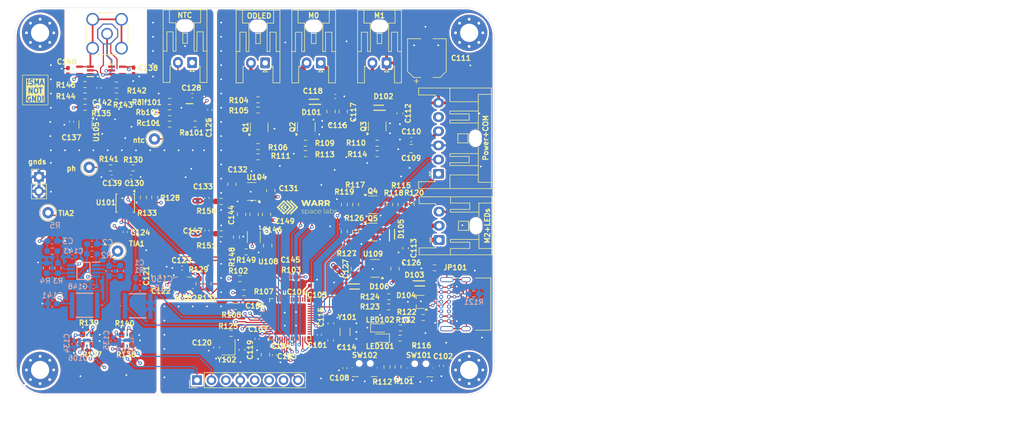
<source format=kicad_pcb>
(kicad_pcb (version 20241229) (generator "pcbnew") (generator_version "9.0")
  (layers (0 "F.Cu" signal) (4 "In1.Cu" signal) (6 "In2.Cu" signal) (2 "B.Cu" signal) (13 "F.Paste" user) (15 "B.Paste" user) (5 "F.SilkS" user "F.Silkscreen") (7 "B.SilkS" user "B.Silkscreen") (1 "F.Mask" user) (3 "B.Mask" user) (25 "Edge.Cuts" user))
  (net 0 "")
  (net 1 "GND")
  (net 2 "/BOOT0")
  (net 3 "/CHIP_PU")
  (net 4 "/OSC_RTC_IN")
  (net 5 "/OSC_RTC_OUT")
  (net 6 "/OSC_IN")
  (net 7 "Net-(C120-Pad1)")
  (net 8 "+3V3_dig")
  (net 9 "Net-(IC101-+)")
  (net 10 "/2.048V")
  (net 11 "Net-(U106-ADDR)")
  (net 12 "/ADC2")
  (net 13 "/1.024V")
  (net 14 "/ph_con")
  (net 15 "Net-(D102-A)")
  (net 16 "+5V")
  (net 17 "/1.024V_buf")
  (net 18 "/D-")
  (net 19 "/D+")
  (net 20 "/OSC_OUT")
  (net 21 "Net-(D103-A)")
  (net 22 "Net-(D101-A)")
  (net 23 "/ADC0")
  (net 24 "/ADC1")
  (net 25 "Net-(D104-Pad2)")
  (net 26 "Net-(D104-Pad1)")
  (net 27 "Net-(IC101--)")
  (net 28 "+12V")
  (net 29 "Net-(IC101-Pad4)")
  (net 32 "Net-(D106-A)")
  (net 35 "Net-(IC102-SDO{slash}AD0)")
  (net 36 "/amb_led_control")
  (net 38 "Net-(IC103-Pad4)")
  (net 39 "Net-(IC103--)")
  (net 40 "Net-(J101-SHIELD)")
  (net 41 "Net-(J101-CC1)")
  (net 43 "/motor.2")
  (net 44 "/SDA.1")
  (net 45 "/SCL.1")
  (net 46 "/amb_led.0")
  (net 47 "/od_led_control.0")
  (net 48 "/motor_control.0")
  (net 49 "/motor_control.1")
  (net 50 "/motor_control.2")
  (net 51 "/SDA.2")
  (net 52 "/SCL.2")
  (net 53 "Net-(J101-CC2)")
  (net 55 "Net-(LED101-K)")
  (net 56 "Net-(LED102-A)")
  (net 57 "Net-(ODLED1-Pin_2)")
  (net 58 "/VDD_SPI")
  (net 59 "/LED_STATUS")
  (net 60 "/UART1.TX")
  (net 61 "/UART1.RX")
  (net 62 "/UART0.RX")
  (net 63 "/UART0.TX")
  (net 64 "/INT_IMU")
  (net 65 "/INTOP2")
  (net 66 "/INTOP1")
  (net 67 "Net-(U101-ADDR)")
  (net 68 "Net-(U107-ADDR)")
  (net 69 "/comp")
  (net 92 "Net-(U108-VOUT)")
  (net 93 "Net-(U108-C-)")
  (net 94 "Net-(U108-C+)")
  (net 95 "Net-(U108-CPOUT)")
  (net 96 "Net-(U1B--)")
  (net 97 "/pd")
  (net 98 "Net-(C1-Pad2)")
  (net 99 "+3V3_ana")
  (net 100 "Net-(U1B-+)")
  (net 101 "-1.7V")
  (net 102 "/1.22V")
  (net 103 "Net-(Q1-G)")
  (net 104 "Net-(Q1-D)")
  (net 105 "Net-(Q2-G)")
  (net 106 "Net-(Q3-G)")
  (net 107 "Net-(Q4-G)")
  (net 108 "Net-(Q4-D)")
  (net 109 "Net-(Q5-G)")
  (net 110 "Net-(R3-Pad1)")
  (net 111 "unconnected-(U104-NC-Pad4)")
  (net 112 "Net-(U104-VOUT)")
  (net 114 "/add_cap")
  (net 115 "/charge_cap")
  (footprint "Resistor_SMD:R_0603_1608Metric_Pad0.98x0.95mm_HandSolder" (layer "F.Cu") (at 84.9875 43.0875)
    (property "Reference" "R114")
    (property "Value" "100k" (hide yes))
  )
  (footprint "Capacitor_SMD:C_0603_1608Metric" (layer "F.Cu") (at 61.17 77.65 -90)
    (property "Reference" "C119")
    (property "Value" "10p")
  )
  (footprint "Resistor_SMD:R_0603_1608Metric_Pad0.98x0.95mm_HandSolder" (layer "F.Cu") (at 33.975 74.94)
    (property "Reference" "R139")
    (property "Value" "100k" (hide yes))
  )
  (footprint "Capacitor_SMD:C_0805_2012Metric_Pad1.18x1.45mm_HandSolder" (layer "F.Cu") (at 88.1325 63.36 90)
    (property "Reference" "C126")
    (property "Value" "10u")
  )
  (footprint "Capacitor_SMD:C_0402_1005Metric_Pad0.74x0.62mm_HandSolder" (layer "F.Cu") (at 96.3025 80.47 -90)
    (property "Reference" "C102")
    (property "Value" "100n" (hide yes))
  )
  (footprint "Resistor_SMD:R_0603_1608Metric_Pad0.98x0.95mm_HandSolder" (layer "F.Cu") (at 52.9125 37.88125)
    (property "Reference" "Ra101")
    (property "Value" "5.1k" (hide yes))
  )
  (footprint "phenobottle_sensorboard:SOT65P210X110-5N" (layer "F.Cu") (at 52.8625 35.38125)
    (property "Reference" "IC101" (hide yes))
    (property "Value" "OPA396DCKR" (hide yes))
  )
  (footprint "Resistor_SMD:R_0603_1608Metric_Pad0.98x0.95mm_HandSolder" (layer "F.Cu") (at 64 33.6)
    (property "Reference" "R104")
    (property "Value" "100/min 60mW" (hide yes))
  )
  (footprint "Resistor_SMD:R_0603_1608Metric_Pad0.98x0.95mm_HandSolder" (layer "F.Cu") (at 33.5125 34.92)
    (property "Reference" "R135")
    (property "Value" "2k2" (hide yes))
  )
  (footprint "Resistor_SMD:R_0603_1608Metric_Pad0.98x0.95mm_HandSolder" (layer "F.Cu") (at 42 45.6)
    (property "Reference" "R130")
    (property "Value" "10k" (hide yes))
  )
  (footprint "Resistor_SMD:R_0603_1608Metric_Pad0.98x0.95mm_HandSolder" (layer "F.Cu") (at 93.1 71.95 180)
    (property "Reference" "R122")
    (property "Value" "5.1k" (hide yes))
  )
  (footprint "Package_TO_SOT_SMD:SOT-23-5" (layer "F.Cu") (at 62.8875 49.75 180)
    (property "Reference" "U104")
    (property "Value" "MIC5504-3.3YM5")
  )
  (footprint "Resistor_SMD:R_0603_1608Metric_Pad0.98x0.95mm_HandSolder" (layer "F.Cu") (at 91 52.0125 -90)
    (property "Reference" "R120")
    (property "Value" "480" (hide yes))
  )
  (footprint "Resistor_SMD:R_0603_1608Metric_Pad0.98x0.95mm_HandSolder" (layer "F.Cu") (at 33.5125 30.92)
    (property "Reference" "R146")
    (property "Value" "10k" (hide yes))
  )
  (footprint "Capacitor_SMD:C_0402_1005Metric_Pad0.74x0.62mm_HandSolder" (layer "F.Cu") (at 73.735 66.33)
    (property "Reference" "C103")
    (property "Value" "100n" (hide yes))
  )
  (footprint "Capacitor_SMD:C_0402_1005Metric_Pad0.74x0.62mm_HandSolder" (layer "F.Cu") (at 64.4 71.2 180)
    (property "Reference" "C106")
    (property "Value" "100n" (hide yes))
  )
  (footprint "Crystal:Crystal_SMD_3215-2Pin_3.2x1.5mm" (layer "F.Cu") (at 79.335 74.48 -90)
    (property "Reference" "Y101")
    (property "Value" "ECX-.327-CDX-1293" (hide yes))
  )
  (footprint "Package_TO_SOT_SMD:SOT-23-3" (layer "F.Cu") (at 84.2 56.9)
    (property "Reference" "Q5")
    (property "Value" "NTR4501NT1G")
  )
  (footprint "phenobottle_sensorboard:DIOM179X85N" (layer "F.Cu") (at 92.5 65.95)
    (property "Reference" "D103")
    (property "Value" "CDBU0245-HF" (hide yes))
  )
  (footprint "LED_SMD:LED_0603_1608Metric_Pad1.05x0.95mm_HandSolder" (layer "F.Cu") (at 85.5 73.8)
    (property "Reference" "LED102")
    (property "Value" "LED_0603")
  )
  (footprint "Capacitor_SMD:C_0402_1005Metric_Pad0.74x0.62mm_HandSolder" (layer "F.Cu") (at 55 50.9 90)
    (property "Reference" "C133")
    (property "Value" "100n" (hide yes))
  )
  (footprint "Capacitor_SMD:C_0805_2012Metric_Pad1.18x1.45mm_HandSolder" (layer "F.Cu") (at 63.3 53.7875 90)
    (property "Reference" "C146")
    (property "Value" "10u")
  )
  (footprint "Package_DFN_QFN:QFN-56-1EP_7x7mm_P0.4mm_EP4x4mm" (layer "F.Cu") (at 69.665 72.23 90)
    (property "Reference" "uC101")
    (property "Value" "ESP32-S3" (hide yes))
  )
  (footprint "Resistor_SMD:R_0603_1608Metric_Pad0.98x0.95mm_HandSolder" (layer "F.Cu") (at 89.12125 73.8)
    (property "Reference" "R132")
    (property "Value" "2k2" (hide yes))
  )
  (footprint "Capacitor_SMD:C_0805_2012Metric_Pad1.18x1.45mm_HandSolder" (layer "F.Cu") (at 46 64.6 90)
    (property "Reference" "C121")
    (property "Value" "10u")
  )
  (footprint "Resistor_SMD:R_0603_1608Metric_Pad0.98x0.95mm_HandSolder" (layer "F.Cu") (at 85 41.25 180)
    (property "Reference" "R110")
    (property "Value" "220" (hide yes))
  )
  (footprint "Resistor_SMD:R_0603_1608Metric_Pad0.98x0.95mm_HandSolder" (layer "F.Cu") (at 89.2 52.0625 -90)
    (property "Reference" "R115")
    (property "Value" "480" (hide yes))
  )
  (footprint "Resistor_SMD:R_0603_1608Metric_Pad0.98x0.95mm_HandSolder" (layer "F.Cu") (at 72.35 41.25 180)
    (property "Reference" "R109")
    (property "Value" "220" (hide yes))
  )
  (footprint "Capacitor_SMD:C_0402_1005Metric_Pad0.74x0.62mm_HandSolder" (layer "F.Cu") (at 77.5875 33)
    (property "Reference" "C118")
    (property "Value" "100n" (hide yes))
  )
  (footprint "Capacitor_SMD:C_0603_1608Metric" (layer "F.Cu") (at 90 59.75 -90)
    (property "Reference" "C113")
    (property "Value" "100n")
  )
  (footprint "Connector_JST:JST_XA_S03B-XASK-1_1x03_P2.50mm_Horizontal" (layer "F.Cu") (at 95.9 58.3 90)
    (property "Reference" "M2+LEDs1" (hide yes))
    (property "Value" "XA_S03B" (hide yes))
  )
  (footprint "Resistor_SMD:R_0603_1608Metric_Pad0.98x0.95mm_HandSolder" (layer "F.Cu") (at 95.1 63.2)
    (property "Reference" "JP101")
    (property "Value" "0" (hide yes))
  )
  (footprint "Resistor_SMD:R_0603_1608Metric_Pad0.98x0.95mm_HandSolder" (layer "F.Cu") (at 40.8775 76.84 180)
    (property "Reference" "R138")
    (property "Value" "100k" (hide yes))
  )
  (footprint "phenobottle_sensorboard:DIOM179X85N" (layer "F.Cu") (at 87.6 57.3 90)
    (property "Reference" "D105")
    (property "Value" "CDBU0245-HF" (hide yes))
  )
  (footprint "TestPoint:TestPoint_Loop_D2.50mm_Drill1.0mm" (layer "F.Cu") (at 45.75 40.5)
    (property "Reference" "ntc2" (hide yes))
    (property "Value" "TestPoint_Small" (hide yes))
  )
  (footprint "Package_SO:TSSOP-10_3x3mm_P0.5mm" (layer "F.Cu") (at 40.6 51.8 -90)
    (property "Reference" "U101")
    (property "Value" "ADS1115IDGS" (hide yes))
  )
  (footprint "Capacitor_SMD:C_0402_1005Metric_Pad0.74x0.62mm_HandSolder" (layer "F.Cu") (at 31.15 37.47 -90)
    (property "Reference" "C137")
    (property "Value" "100n" (hide yes))
  )
  (footprint "Capacitor_SMD:C_0402_1005Metric_Pad0.74x0.62mm_HandSolder" (layer "F.Cu") (at 63.835 75.73 -90)
    (property "Reference" "C107")
    (property "Value" "100n" (hide yes))
  )
  (footprint "MountingHole:MountingHole_3.2mm_M3_Pad_Via" (layer "F.Cu") (at 101.2 81.2)
    (property "Reference" "H104" (hide yes))
    (property "Value" "MountingHole" (hide yes))
  )
  (footprint "Package_TO_SOT_SMD:SOT-23-3" (layer "F.Cu") (at 85 38.3 90)
    (property "Reference" "Q3")
    (property "Value" "NTR4501NT1G")
  )
  (footprint "Capacitor_SMD:C_0402_1005Metric_Pad0.74x0.62mm_HandSolder" (layer "F.Cu") (at 55.5 35.38125 -90)
    (property "Reference" "C125")
    (property "Value" "100n" (hide yes))
  )
  (footprint "Capacitor_SMD:C_0402_1005Metric_Pad0.74x0.62mm_HandSolder" (layer "F.Cu") (at 47.8 64.65 90)
    (property "Reference" "C122")
    (property "Value" "100n" (hide yes))
  )
  (footprint "Capacitor_SMD:C_0805_2012Metric_Pad1.18x1.45mm_HandSolder" (layer "F.Cu") (at 65.5 53.8 90)
    (property "Reference" "C149")
    (property "Value" "10u")
  )
  (footprint "Resistor_SMD:R_0603_1608Metric_Pad0.98x0.95mm_HandSolder" (layer "F.Cu") (at 60 70)
    (property "Reference" "R108")
    (property "Value" "2k2" (hide yes))
  )
  (footprint "Button_Switch_SMD:SW_SPST_CK_KMS2xxGP" (layer "F.Cu") (at 92.6 80.85 180)
    (property "Reference" "SW101")
    (property "Value" "KMR223GLFG" (hide yes))
  )
  (footprint "Connector_PinHeader_2.54mm:PinHeader_1x08_P2.54mm_Vertical" (layer "F.Cu") (at 53.25 83 90)
    (property "Reference" "I2C1" (hide yes))
    (property "Value" "Conn_01x08_Pin")
  )
  (footprint "Capacitor_SMD:C_0402_1005Metric_Pad0.74x0.62mm_HandSolder" (layer "F.Cu") (at 91 40.6 180)
    (property "Reference" "C110")
    (property "Value" "100n" (hide yes))
  )
  (footprint "Button_Switch_SMD:SW_SPST_CK_KMS2xxGP" (layer "F.Cu") (at 82.8 80.8 180)
    (property "Reference" "SW102")
    (property "Value" "KMR223GLFG" (hide yes))
  )
  (footprint "Capacitor_SMD:C_0402_1005Metric_Pad0.74x0.62mm_HandSolder" (layer "F.Cu") (at 79.3 80.8675 -90)
    (property "Reference" "C108")
    (property "Value" "100n" (hide yes))
  )
  (footprint "Capacitor_SMD:C_0603_1608Metric" (layer "F.Cu") (at 76.835 73 90)
    (property "Reference" "C115")
    (property "Value" "22p")
  )
  (footprint "Resistor_SMD:R_0603_1608Metric_Pad0.98x0.95mm_HandSolder" (layer "F.Cu") (at 60.2 57.8 90)
    (property "Reference" "R148")
    (property "Value" "19.1k")
  )
  (footprint "MountingHole:MountingHole_3.2mm_M3_Pad_Via" (layer "F.Cu") (at 25.6 81.2)
    (property "Reference" "H101" (hide yes))
    (property "Value" "MountingHole" (hide yes))
  )
  (footprint "Resistor_SMD:R_0603_1608Metric_Pad0.98x0.95mm_HandSolder" (layer "F.Cu") (at 64 41.85 180)
    (property "Reference" "R106")
    (property "Value" "220" (hide yes))
  )
  (footprint "TestPoint:TestPoint_Loop_D2.50mm_Drill1.0mm" (layer "F.Cu") (at 34.25 45.5)
    (property "Reference" "ph1" (hide yes))
    (property "Value" "TestPoint_Small" (hide yes))
  )
  (footprint "Capacitor_SMD:C_0805_2012Metric_Pad1.18x1.45mm_HandSolder" (layer "F.Cu") (at 61.1 53.8 90)
    (property "Reference" "C144")
    (property "Value" "10u")
  )
  (footprint "Package_TO_SOT_SMD:SOT-23-5" (layer "F.Cu") (at 84.6125 63.3 180)
    (property "Reference" "U109")
    (property "Value" "MIC5504-3.3YM5")
  )
  (footprint "Package_TO_SOT_SMD:SOT-353_SC-70-5" (layer "F.Cu") (at 33.6 37.95 -90)
    (property "Reference" "U105")
    (property "Value" "LM4040DCK-2.0" (hide yes))
  )
  (footprint "LED_SMD:LED_0603_1608Metric_Pad1.05x0.95mm_HandSolder" (layer "F.Cu") (at 85.5 75.6 180)
    (property "Reference" "LED101")
    (property "Value" "LED_0603")
  )
  (footprint "Crystal:Crystal_SMD_2016-4Pin_2.0x1.6mm" (layer "F.Cu") (at 58.8 77.2 90)
    (property "Reference" "Y102")
    (property "Value" "ECS-400-10-37B2-CKM-TR" (hide yes))
  )
  (footprint "Connector_PinHeader_2.54mm:PinHeader_1x02_P2.54mm_Vertical" (layer "F.Cu") (at 25.4 47.175)
    (property "Reference" "gnds1" (hide yes))
    (property "Value" "Conn_01x02_Pin" (hide yes))
  )
  (footprint "Connector_Coaxial:SMA_Wurth_60312002114503_Vertical" (layer "F.Cu") (at 37.4 21.96 -90)
    (property "Reference" "J102" (hide yes))
    (property "Value" "SMA" (hide yes))
  )
  (footprint "Capacitor_SMD:C_0805_2012Metric_Pad1.18x1.45mm_HandSolder" (layer "F.Cu") (at 81.1325 63.4 90)
    (property "Reference" "C127")
    (property "Value" "10u")
  )
  (footprint "Resistor_SMD:R_0603_1608Metric_Pad0.98x0.95mm_HandSolder" (layer "F.Cu") (at 79.2 52.0625 -90)
    (property "Reference" "R119")
    (property "Value" "100k" (hide yes))
  )
  (footprint "Resistor_SMD:R_0603_1608Metric_Pad0.98x0.95mm_HandSolder" (layer "F.Cu") (at 87.0125 70.09 180)
    (property "Reference" "R123")
    (property "Value" "0" (hide yes))
  )
  (footprint "Capacitor_SMD:C_0402_1005Metric_Pad0.74x0.62mm_HandSolder" (layer "F.Cu") (at 40.6 56.9 -90)
    (property "Reference" "C124")
    (property "Value" "100n" (hide yes))
  )
  (footprint "Resistor_SMD:R_0603_1608Metric_Pad0.98x0.95mm_HandSolder" (layer "F.Cu") (at 64 43.65)
    (property "Reference" "R111")
    (property "Value" "100k" (hide yes))
  )
  (footprint "Resistor_SMD:R_0603_1608Metric_Pad0.98x0.95mm_HandSolder" (layer "F.Cu") (at 57.5 51.5)
    (property "Reference" "R150")
    (property "Value" "0")
  )
  (footprint "Capacitor_SMD:C_0805_2012Metric_Pad1.18x1.45mm_HandSolder" (layer "F.Cu") (at 79 35.6625 -90)
    (property "Reference" "C117")
    (property "Value" "10u")
  )
  (footprint "Capacitor_SMD:C_0402_1005Metric_Pad0.74x0.62mm_HandSolder" (layer "F.Cu") (at 52.4125 32.88125)
    (property "Reference" "C128")
    (property "Value" "100n" (hide yes))
  )
  (footprint "Resistor_SMD:R_0603_1608Metric_Pad0.98x0.95mm_HandSolder" (layer "F.Cu") (at 81.2 52.0625 90)
    (property "Reference" "R117")
    (property "Value" "220" (hide yes))
  )
  (footprint "Connector_JST:JST_XA_S02B-XASK-1_1x02_P2.50mm_Horizontal" (layer "F.Cu") (at 75.05 27.1 180)
    (property "Reference" "M0")
    (property "Value" "XA_S02B" (hide yes))
  )
  (footprint "Resistor_SMD:R_0603_1608Metric_Pad0.98x0.95mm_HandSolder" (layer "F.Cu") (at 64 35.4)
    (property "Reference" "R105")
    (property "Value" "100/min 60mW" (hide yes))
  )
  (footprint "phenobottle_sensorboard:LOGO" (layer "F.Cu") (at 72.6 52.55)
    (property "Reference" "G***" (hide yes))
    (property "Value" "LOGO" (hide yes))
  )
  (footprint "Capacitor_SMD:C_0805_2012Metric_Pad1.18x1.45mm_HandSolder" (layer "F.Cu") (at 76.85 35.6625 -90)
    (property "Reference" "C116")
    (property "Value" "10u")
  )
  (footprint "Resistor_SMD:R_0603_1608Metric_Pad0.98x0.95mm_HandSolder" (layer "F.Cu") (at 39.0625 31)
    (property "Reference" "R142")
    (property "Value" "0" (hide yes))
  )
  (footprint "Capacitor_SMD:C_0805_2012Metric_Pad1.18x1.45mm_HandSolder" (layer "F.Cu") (at 65.7 59.3 -90)
    (property "Reference" "C145")
    (property "Value" "1u")
  )
  (footprint "Connector_USB:USB_C_Receptacle_GCT_USB4085" (layer "F.Cu") (at 96.275 72.575 90)
    (property "Reference" "J101" (hide yes))
    (property "Value" "USB4085-GF-A" (hide yes))
  )
  (footprint "Capacitor_SMD:C_0402_1005Metric_Pad0.74x0.62mm_HandSolder" (layer "F.Cu") (at 30.5125 28.5675 90)
    (property "Reference" "C140")
    (property "Value" "100n" (hide yes))
  )
  (footprint "Resistor_SMD:R_0603_1608Metric_Pad0.98x0.95mm_HandSolder" (layer "F.Cu") (at 61.5 67.6)
    (property "Reference" "R107")
    (property "Value" "2k2" (hide yes))
  )
  (footprint "Resistor_SMD:R_0603_1608Metric_Pad0.98x0.95mm_HandSolder" (layer "F.Cu") (at 48.4125 35.88125 180)
    (property "Reference" "Rb101")
    (property "Value" "5.1k" (hide yes))
  )
  (footprint "Resistor_SMD:R_0603_1608Metric_Pad0.98x0.95mm_HandSolder" (layer "F.Cu") (at 86.715 80.69 -90)
    (property "Reference" "R112")
    (property "Value" "10k" (hide yes))
  )
  (footprint "phenobottle_sensorboard:SOT65P210X110-5N" (layer "F.Cu") (at 39.15 28.42)
    (property "Reference" "IC103" (hide yes))
    (property "Value" "OPA396DCKR" (hide yes))
  )
  (footprint "phenobottle_sensorboard:DIOM179X85N" (layer "F.Cu") (at 85.25 35 180)
    (property "Reference" "D102")
    (property "Value" "CDBU0245-HF" (hide yes))
  )
  (footprint "Capacitor_SMD:C_0805_2012Metric_Pad1.18x1.45mm_HandSolder" (layer "F.Cu") (at 65.3 78.5 -90)
    (property "Reference" "C104")
    (property "Value" "10u")
  )
  (footprint "Connector_JST:JST_XA_S02B-XASK-1_1x02_P2.50mm_Horizontal" (layer "F.Cu") (at 86.65 27.1 180)
    (property "Reference" "M1")
    (property "Value" "XA_S02B" (hide yes))
  )
  (footprint "TestPoint:TestPoint_Loop_D2.50mm_Drill1.0mm" (layer "F.Cu") (at 39.25 60.25)
    (property "Reference" "TIA1")
    (property "Value" "TestPoint_Small")
  )
  (footprint "Resistor_SMD:R_0603_1608Metric_Pad0.98x0.95mm_HandSolder" (layer "F.Cu") (at 39.0625 32.92 180)
    (property "Reference" "R143")
    (property "Value" "DNP" (hide yes))
  )
  (footprint "Resistor_SMD:R_0603_1608Metric_Pad0.98x0.95mm_HandSolder" (layer "F.Cu") (at 45.8 50.8 -90)
    (property "Reference" "R128")
    (property "Value" "DNP" (hide yes))
  )
  (footprint "Capacitor_SMD:C_0402_1005Metric_Pad0.74x0.62mm_HandSolder" (layer "F.Cu") (at 42.0625 28.5 -90)
    (property "Reference" "C138")
    (property "Value" "100n" (hide yes))
  )
  (footprint "Capacitor_SMD:CP_Elec_6.3x7.7" (layer "F.Cu") (at 93.75 26.25 90)
    (property "Reference" "C111")
    (property "Value" "45u")
  )
  (footprint "Package_TO_SOT_SMD:SOT-323_SC-70" (layer "F.Cu") (at 92.6 69.21 180)
    (property "Reference" "D104")
    (property "Value" "ESD2CAN24DCKRQ1" (hide yes))
  )
  (footprint "Resistor_SMD:R_0603_1608Metric_Pad0.98x0.95mm_HandSolder" (layer "F.Cu") (at 79.2 56.8125 -90)
    (property "Reference" "R127")
    (property "Value" "100k" (hide yes))
  )
  (footprint "Resistor_SMD:R_0603_1608Metric_Pad0.98x0.95mm_HandSolder" (layer "F.Cu") (at 40.8775 75.04 180)
    (property "Reference" "R140")
    (property "Value" "DNP" (hide yes))
  )
  (footprint "phenobottle_sensorboard:ICM42670P" (layer "F.Cu") (at 50.65 66.1 180)
    (property "Reference" "IC102")
    (property "Value" "ICM-42670-P" (hide yes))
  )
  (footprint "Package_TO_SOT_SMD:SOT-23-3" (layer "F.Cu") (at 84.2 52.1)
    (property "Reference" "Q4")
    (property "Value" "NTR4501NT1G")
  )
  (footprint "Resistor_SMD:R_0603_1608Metric_Pad0.98x0.95mm_HandSolder" (layer "F.Cu") (at 89.015 75.6 180)
    (property "Reference" "R116")
    (property "Value" "2k2" (hide yes))
  )
  (footprint "Resistor_SMD:R_0603_1608Metric_Pad0.98x0.95mm_HandSolder" (layer "F.Cu") (at 57.4875 57.2)
    (property "Reference" "R151")
    (property "Value" "0")
  )
  (footprint "Connector_JST:JST_XA_S06B-XASK-1_1x06_P2.50mm_Horizontal" (layer "F.Cu") (at 95.8 46.6375 90)
    (property "Reference" "Power+COM1" (hide yes))
    (property "Value" "XA_S06B" (hide yes))
  )
  (footprint "Resistor_SMD:R_0603_1608Metric_Pad0.98x0.95mm_HandSolder" (layer "F.Cu") (at 88.6625 80.64 -90)
    (property "Reference" "R101")
    (property "Value" "10k" (hide yes))
  )
  (footprint "Capacitor_SMD:C_0603_1608Metric" (layer "F.Cu") (at 56.71 77.2125 -90)
    (property "Reference" "C120")
    (property "Value" "10p")
  )
  (footprint "phenobottle_sensorboard:DIOM179X85N" (layer "F.Cu") (at 73.85 33.95 180)
    (property "Reference" "D101")
    (property "Value" "CDBU0245-HF" (hide yes))
  )
  (footprint "Resistor_SMD:R_0603_1608Metric_Pad0.98x0.95mm_HandSolder" (layer "F.Cu") (at 60.8 65.1)
    (property "Reference" "R102")
    (property "Value" "2k2" (hide yes))
  )
  (footprint "Capacitor_SMD:C_0402_1005Metric_Pad0.74x0.62mm_HandSolder" (layer "F.Cu") (at 66.9 78.5925 -90)
    (property "Reference" "C105")
    (property "Value" "100n" (hide yes))
  )
  (footprint "Capacitor_SMD:C_0402_1005Metric_Pad0.74x0.62mm_HandSolder" (layer "F.Cu") (at 36.0125 31.5 -90)
    (property "Reference" "C142")
    (property "Value" "100n" (hide yes))
  )
  (footprint "TestPoint:TestPoint_Loop_D2.50mm_Drill1.0mm" (layer "F.Cu") (at 27 53.5)
    (property "Reference" "TIA2")
    (property "Value" "TestPoint_Small")
  )
  (footprint "Resistor_SMD:R_0603_1608Metric_Pad0.98x0.95mm_HandSolder" (layer "F.Cu") (at 87.2 52.0625 -90)
    (property "Reference" "R118")
    (property "Value" "480" (hide yes))
  )
  (footprint "MountingHole:MountingHole_3.2mm_M3_Pad_Via" (layer "F.Cu") (at 25.6 21.8)
    (property "Reference" "H102" (hide yes))
    (property "Value" "MountingHole" (hide yes))
  )
  (footprint "Capacitor_SMD:C_0402_1005Metric_Pad0.74x0.62mm_HandSolder" (layer "F.Cu") (at 55 56.6325 90)
    (property "Reference" "C147")
    (property "Value" "100n")
  )
  (footprint "Resistor_SMD:R_0603_1608Metric_Pad0.98x0.95mm_HandSolder" (layer "F.Cu") (at 69.7875 64.8 180)
    (property "Reference" "R103")
    (property "Value" "2k2" (hide yes))
  )
  (footprint "Resistor_SMD:R_0603_1608Metric_Pad0.98x0.95mm_HandSolder" (layer "F.Cu") (at 55.2 66 -90)
    (property "Reference" "R131")
    (property "Value" "100k" (hide yes))
  )
  (footprint "Connector_JST:JST_XA_S02B-XASK-1_1x02_P2.50mm_Horizontal" (layer "F.Cu") (at 52.3875 27.0375 180)
    (property "Reference" "NTC1" (hide yes))
    (property "Value" "XA_S02B" (hide yes))
  )
  (footprint "Capacitor_SMD:C_0603_1608Metric" (layer "F.Cu") (at 89 36 -90)
    (property "Reference" "C112")
    (property "Value" "100n")
  )
  (footprint "Capacitor_SMD:C_0805_2012Metric_Pad1.18x1.45mm_HandSolder" (layer "F.Cu") (at 59.4 48.5 90)
    (property "Reference" "C132")
    (property "Value" "10u")
  )
  (footprint "Capacitor_SMD:C_0805_2012Metric_Pad1.18x1.45mm_HandSolder" (layer "F.Cu") (at 66.2375 49.6 90)
    (property "Reference" "C131")
    (property "Value" "10u")
  )
  (footprint "Connector_JST:JST_XA_S02B-XASK-1_1x02_P2.50mm_Horizontal" (layer "F.Cu") (at 65.25 27.1 180)
    (property "Reference" "ODLED1" (hide yes))
    (property "Value" "XA_S02B" (hide yes))
  )
  (footprint "Resistor_SMD:R_0603_1608Metric_Pad0.98x0.95mm_HandSolder" (layer "F.Cu") (at 59.25 74.75 180)
    (property "Reference" "R125")
    (property "Value" "0" (hide yes))
  )
  (footprint "Resistor_SMD:R_0603_1608Metric_Pad0.98x0.95mm_HandSolder" (layer "F.Cu") (at 48.4125 37.88125)
    (property "Reference" "Rc101")
    (property "Value" "36k" (hide yes))
  )
  (footprint "Resistor_SMD:R_0603_1608Metric_Pad0.98x0.95mm_HandSolder" (layer "F.Cu") (at 72.35 43.0875)
    (property "Reference" "R113")
    (property "Value" "100k" (hide yes))
  )
  (footprint "Resistor_SMD:R_0603_1608Metric_Pad0.98x0.95mm_HandSolder" (layer "F.Cu") (at 48.4125 33.88125)
    (property "Reference" "Rdif101")
    (property "Value" "19.1k" (hide yes))
  )
  (footprint "phenobottle_sensorboard:DIOM179X85N" (layer "F.Cu") (at 81 66.5)
    (property "Reference" "D106")
    (property "Value" "CDBU0245-HF" (hide yes))
  )
  (footprint "Package_TO_SOT_SMD:SOT-23-3" (layer "F.Cu") (at 64.2 38.4375 90)
    (property "Reference" "Q1")
    (property "Value" "NTR4501NT1G")
  )
  (footprint "Package_SON:WSON-8-1EP_2x2mm_P0.5mm_EP0.9x1.6mm" (layer "F.Cu") (at 63.25 57.7875 -90)
    (property "Reference" "U108")
    (property "Value" "LM27761")
  )
  (footprint "Capacitor_SMD:C_0805_2012Metric_Pad1.18x1.45mm_HandSolder" (layer "F.Cu") (at 90.9675 42.2 180)
    (property "Reference" "C109")
    (property "Value" "10u")
  )
  (footprint "Package_TO_SOT_SMD:SOT-23-3" (layer "F.Cu") (at 72.5 38.4 90)
    (property "Reference" "Q2")
    (property "Value" "NTR4501NT1G")
  )
  (footprint "Capacitor_SMD:C_0402_1005Metric_Pad0.74x0.62mm_HandSolder" (layer "F.Cu") (at 41.6 47.2)
    (property "Reference" "C130")
    (property "Value" "100n" (hide yes))
  )
  (footprint "Capacitor_SMD:C_0402_1005Metric_Pad0.74x0.62mm_HandSolder" (layer "F.Cu") (at 74.8 75 -90)
    (property "Reference" "C101")
    (property "Value" "100n" (hide yes))
  )
  (footprint "Resistor_SMD:R_0603_1608Metric_Pad0.98x0.95mm_HandSolder" (layer "F.Cu") (at 53.6 66 -90)
    (property "Reference" "R129")
    (property "Value" "DNP" (hide yes))
  )
  (footprint "Resistor_SMD:R_0603_1608Metric_Pad0.98x0.95mm_HandSolder" (layer "F.Cu") (at 33.5125 32.92 180)
    (property "Reference" "R144")
    (property "Value" "10k" (hide yes))
  )
  (footprint "Capacitor_SMD:C_0402_1005Metric_Pad0.74x0.62mm_HandSolder" (layer "F.Cu") (at 50.6 63.25 180)
    (property "Reference" "C123")
    (property "Value" "100n" (hide yes))
  )
  (footprint "Resistor_SMD:R_0603_1608Metric_Pad0.98x0.95mm_HandSolder" (layer "F.Cu") (at 61.9 60.4 180)
    (property "Reference" "R149")
    (property "Value" "52.3k")
  )
  (footprint "MountingHole:MountingHole_3.2mm_M3_Pad_Via" (layer "F.Cu") (at 101.2 21.8)
    (property "Reference" "H103" (hide yes))
    (property "Value" "MountingHole" (hide yes))
  )
  (footprint "Resistor_SMD:R_0603_1608Metric_Pad0.98x0.95mm_HandSolder" (layer "F.Cu") (at 38 45.6 180)
    (property "Reference" "R141")
    (property "Value" "10k" (hide yes))
  )
  (footprint "Capacitor_SMD:C_0402_1005Metric_Pad0.74x0.62mm_HandSolder" (layer "F.Cu") (at 38.2325 47.2 180)
    (property "Reference" "C139")
    (property "Value" "100n" (hide yes))
  )
  (footprint "Resistor_SMD:R_0603_1608Metric_Pad0.98x0.95mm_HandSolder" (layer "F.Cu") (at 33.8875 76.75)
    (property "Reference" "R137")
    (property "Value" "DNP" (hide yes))
  )
  (footprint "Resistor_SMD:R_0603_1608Metric_Pad0.98x0.95mm_HandSolder" (layer "F.Cu") (at 87.05 68.31 180)
    (property "Reference" "R124")
    (property "Value" "0" (hide yes))
  )
  (footprint "Resistor_SMD:R_0603_1608Metric_Pad0.98x0.95mm_HandSolder" (layer "F.Cu") (at 81.2 56.8125 90)
    (property "Reference" "R126")
    (property "Value" "220" (hide yes))
  )
  (footprint "Resistor_SMD:R_0603_1608Metric_Pad0.98x0.95mm_HandSolder" (layer "F.Cu") (at 43.8 50.8 90)
    (property "Reference" "R133")
    (property "Value" "100k" (hide yes))
  )
  (footprint "phenobottle_sensorboard:SOT65P210X110-5N" (layer "F.Cu") (at 33.5125 28.42 180)
    (property "Reference" "IC104" (hide yes))
    (property "Value" "OPA396DCKR" (hide yes))
  )
  (footprint "Capacitor_SMD:C_0603_1608Metric" (layer "F.Cu") (at 76.8 76 -90)
    (property "Reference" "C114")
    (property "Value" "22p")
  )
  (footprint "Capacitor_SMD:C_0402_1005Metric_Pad0.74x0.62mm_HandSolder" (layer "B.Cu") (at 38.45 76.0575 -90)
    (property "Reference" "C135")
    (property "Value" "100n" (hide yes))
  )
  (footprint "Capacitor_SMD:C_0603_1608Metric_Pad1.08x0.95mm_HandSolder" (layer "B.Cu") (at 27.75 58.5 180)
    (property "Reference" "C3")
    (property "Value" "1n")
  )
  (footprint "Capacitor_SMD:C_0402_1005Metric_Pad0.74x0.62mm_HandSolder" (layer "B.Cu") (at 35 66.5 180)
    (property "Reference" "C148")
    (property "Value" "100n")
  )
  (footprint "Capacitor_SMD:C_0402_1005Metric_Pad0.74x0.62mm_HandSolder" (layer "B.Cu") (at 31.5975 76.625 -90)
    (property "Reference" "C134")
    (property "Value" "100n" (hide yes))
  )
  (footprint "phenobottle_sensorboard:TEMD5080X01" (layer "B.Cu") (at 42.8 69.9 90)
    (property "Reference" "D108" (hide yes))
    (property "Value" "TEMD5080X01" (hide yes))
  )
  (footprint "Resistor_SMD:R_0603_1608Metric_Pad0.98x0.95mm_HandSolder" (layer "B.Cu") (at 34.75 60.75)
    (property "Reference" "R2")
    (property "Value" "1k")
  )
  (footprint "Capacitor_SMD:C_0402_1005Metric_Pad0.74x0.62mm_HandSolder" (layer "B.Cu") (at 31.25 61.25 180)
    (property "Reference" "C143")
    (property "Value" "100n")
  )
  (footprint "Resistor_SMD:R_0603_1608Metric_Pad0.98x0.95mm_HandSolder" (layer "B.Cu") (at 39.75 63.75 -90)
    (property "Reference" "R1")
    (property "Value" "10k")
  )
  (footprint "Resistor_SMD:R_0603_1608Metric_Pad0.98x0.95mm_HandSolder" (layer "B.Cu") (at 102 67.8)
    (property "Reference" "R121")
    (property "Value" "5.1k" (hide yes))
  )
  (footprint "Capacitor_SMD:C_0603_1608Metric" (layer "B.Cu") (at 43.2 65)
    (property "Reference" "C150")
    (property "Value" "10n")
  )
  (footprint "phenobottle_sensorboard:OPT3002DNPR" (layer "B.Cu") (at 33.8475 75.875 -90)
    (property "Reference" "U106")
    (property "Value" "OPT3002DNPR" (hide yes))
  )
  (footprint "Capacitor_SMD:C_0603_1608Metric" (layer "B.Cu") (at 27.75 69.5 180)
    (property "Reference" "C141")
    (property "Value" "10n")
  )
  (footprint "phenobottle_sensorboard:OPT3002DNPR" (layer "B.Cu") (at 40.95 75.875 -90)
    (property "Reference" "U107")
    (property "Value" "OPT3002DNPR" (hide yes))
  )
  (footprint "Capacitor_SMD:C_0603_1608Metric" (layer "B.Cu") (at 43.2 66.7)
    (property "Reference" "C151")
    (property "Value" "100n")
  )
  (footprint "phenobottle_sensorboard:TEMD5080X01" (layer "B.Cu") (at 33.45 69.8 -90)
    (property "Reference" "D107" (hide yes))
    (property "Value" "TEMD5080X01" (hide yes))
  )
  (footprint "Capacitor_SMD:C_0603_1608Metric_Pad1.08x0.95mm_HandSolder" (layer "B.Cu") (at 37.75 63.75 90)
    (property "Reference" "C1")
    (property "Value" "1n")
  )
  (footprint "Resistor_SMD:R_0603_1608Metric_Pad0.98x0.95mm_HandSolder" (layer "B.Cu") (at 27.75 60.25)
    (property "Reference" "R5")
    (property "Value" "1k")
  )
  (footprint "Resistor_SMD:R_0603_1608Metric_Pad0.98x0.95mm_HandSolder" (layer "B.Cu") (at 26.75 63.25 90)
    (property "Reference" "R4")
    (property "Value" "100")
  )
  (footprint "Resistor_SMD:R_0603_1608Metric_Pad0.98x0.95mm_HandSolder" (layer "B.Cu") (at 28.75 63.25 -90)
    (property "Reference" "R3")
    (property "Value" "100k")
  )
  (footprint "phenobottle_sensorboard:VSSOP-8_SOP65P490X110-8N" (layer "B.Cu") (at 33.25 63.75 180)
    (property "Reference" "U1" (hide yes))
    (property "Value" "OPA2328DGKR" (hide yes))
  )
  (footprint "Capacitor_SMD:C_0603_1608Metric_Pad1.08x0.95mm_HandSolder" (layer "B.Cu") (at 34.75 59 180)
    (property "Reference" "C2")
    (property "Value" "1n")
  )
  (gr_rect (start 22.5 29.25) (end 27 34.5) (stroke (width 0.1)) (fill no) (layer "F.SilkS"))
  (gr_arc (start 100.6 17.3875) (mid 104.135534 18.851966) (end 105.6 22.3875) (stroke (width 0.05)) (layer "Edge.Cuts"))
  (gr_arc (start 105.6 80.6) (mid 104.135534 84.135534) (end 100.6 85.6) (stroke (width 0.05)) (layer "Edge.Cuts"))
  (gr_line (start 105.6 22.3875) (end 105.6 80.6) (stroke (width 0.05)) (layer "Edge.Cuts"))
  (gr_arc (start 21.2 22.3875) (mid 22.664466 18.851966) (end 26.2 17.3875) (stroke (width 0.05)) (layer "Edge.Cuts"))
  (gr_line (start 100.6 85.6) (end 26.2 85.6) (stroke (width 0.05)) (layer "Edge.Cuts"))
  (gr_line (start 26.2 17.3875) (end 100.6 17.3875) (stroke (width 0.05)) (layer "Edge.Cuts"))
  (gr_line (start 21.2 80.6) (end 21.2 22.3875) (stroke (width 0.05)) (layer "Edge.Cuts"))
  (gr_arc (start 26.2 85.6) (mid 22.664466 84.135534) (end 21.2 80.6) (stroke (width 0.05)) (layer "Edge.Cuts"))
  (gr_text "ntc" (at 43 40.7 0) (layer "F.SilkS") (effects (font (size 0.9 0.9) (thickness 0.2))))
  (gr_text "NTC" (at 51.1 18.7 0) (layer "F.SilkS") (effects (font (size 0.9 0.9) (thickness 0.2))))
  (gr_text "gnds" (at 25.1 44.5 0) (layer "F.SilkS") (effects (font (size 0.9 0.9) (thickness 0.2))))
  (gr_text "Power+COM" (at 104.1 40.3 90) (layer "F.SilkS") (effects (font (size 0.9 0.9) (thickness 0.2))))
  (gr_text "M2+LEDs" (at 104.4 55.8 90) (layer "F.SilkS") (effects (font (size 0.9 0.9) (thickness 0.2))))
  (gr_text "!SMA\nNOT\nGND!\n" (at 24.75 32 0) (layer "F.SilkS" knockout) (effects (font (size 0.9 0.9) (thickness 0.2))))
  (gr_text "ODLED" (at 64.2 18.8 0) (layer "F.SilkS") (effects (font (size 0.9 0.9) (thickness 0.2))))
  (gr_text "ph" (at 31.1 45.7 0) (layer "F.SilkS") (effects (font (size 0.9 0.9) (thickness 0.2))))
  (segment (start 74.3025 65.3975) (end 74.4 65.3) (width 0.2) (layer "F.Cu") (net 1))
  (segment (start 42.63 29.0675) (end 43.0625 29.5) (width 0.2) (layer "F.Cu") (net 1))
  (segment (start 50.88125 35.38125) (end 50.5 35) (width 0.2) (layer "F.Cu") (net 1))
  (segment (start 35.75 29.5) (end 37 30.75) (width 0.2) (layer "F.Cu") (net 1))
  (segment (start 30.4125 28.1) (end 30.5125 28) (width 0.2) (layer "F.Cu") (net 1))
  (segment (start 42.6125 51.7125) (end 42.6 51.7) (width 0.2) (layer "F.Cu") (net 1))
  (segment (start 55.2 65.0875) (end 55.2 62.8) (width 0.2) (layer "F.Cu") (net 1))
  (segment (start 37.665 47.2) (end 36.4 47.2) (width 0.2) (layer "F.Cu") (net 1))
  (segment (start 50.65 65.2) (end 50.65 64.85) (width 0.3) (layer "F.Cu") (net 1))
  (segment (start 29.4 28.1) (end 30.4125 28.1) (width 0.2) (layer "F.Cu") (net 1))
  (segment (start 63.5 56.5125) (end 63.5 56.8375) (width 0.2) (layer "F.Cu") (net 1))
  (segment (start 34.3 36.97) (end 35.5325 36.97) (width 0.2) (layer "F.Cu") (net 1))
  (segment (start 37.4 28.42) (end 38.2 28.42) (width 0.2) (layer "F.Cu") (net 1))
  (segment (start 50.15 65.05) (end 49.6 64.5) (width 0.3) (layer "F.Cu") (net 1))
  (segment (start 96.275 66.625) (end 96.225 66.625) (width 0.2) (layer "F.Cu") (net 1))
  (segment (start 74.3025 66.33) (end 74.3025 65.3975) (width 0.2) (layer "F.Cu") (net 1))
  (segment (start 97.625 72.575) (end 98.975 72.575) (width 0.2) (layer "F.Cu") (net 1))
  (segment (start 40.6 49.65) (end 40.6 50.45) (width 0.2) (layer "F.Cu") (net 1))
  (segment (start 35.47 28.42) (end 34.4625 28.42) (width 0.2) (layer "F.Cu") (net 1))
  (segment (start 95.525 72.575) (end 95.2 72.9) (width 0.2) (layer "F.Cu") (net 1))
  (segment (start 64.3 55.9) (end 64.1125 55.9) (width 0.2) (layer "F.Cu") (net 1))
  (segment (start 42.0625 29.0675) (end 42.63 29.0675) (width 0.2) (layer "F.Cu") (net 1))
  (segment (start 37 30.75) (end 37 32.25) (width 0.2) (layer "F.Cu") (net 1))
  (segment (start 37.32 28.5) (end 37.4 28.42) (width 0.2) (layer "F.Cu") (net 1))
  (segment (start 35.75 29.5) (end 35.75 28.7) (width 0.2) (layer "F.Cu") (net 1))
  (segment (start 43.8 51.7125) (end 42.6125 51.7125) (width 0.2) (layer "F.Cu") (net 1))
  (segment (start 32.6 30.92) (end 31.1425 30.92) (width 0.2) (layer "F.Cu") (net 1))
  (segment (start 36.0125 33.45) (end 36.0125 32.0675) (width 0.2) (layer "F.Cu") (net 1))
  (segment (start 29.8725 38) (end 29.91 38.0375) (width 0.2) (layer "F.Cu") (net 1))
  (segment (start 63.8 71.1675) (end 63.8325 71.2) (width 0.2) (layer "F.Cu") (net 1))
  (segment (start 35.75 28.7) (end 35.47 28.42) (width 0.2) (layer "F.Cu") (net 1))
  (segment (start 39.965 75.04) (end 39.965 73.765) (width 0.2) (layer "F.Cu") (net 1))
  (segment (start 64.1125 55.9) (end 63.5 56.5125) (width 0.2) (layer "F.Cu") (net 1))
  (segment (start 50.15 65.2) (end 50.15 65.05) (width 0.3) (layer "F.Cu") (net 1))
  (segment (start 40.6 50.45) (end 40.1 50.95) (width 0.2) (layer "F.Cu") (net 1))
  (segment (start 97.625 66.625) (end 96.275 66.625) (width 0.2) (layer "F.Cu") (net 1))
  (segment (start 98.975 72.575) (end 99 72.6) (width 0.2) (layer "F.Cu") (net 1))
  (segment (start 55.5 35.94875) (end 55.5 37.25) (width 0.2) (layer "F.Cu") (net 1))
  (segment (start 85.77 63.36) (end 84.24 63.36) (width 0.2) (layer "F.Cu") (net 1))
  (segment (start 39.965 73.765) (end 39.9 73.7) (width 0.2) (layer "F.Cu") (net 1))
  (segment (start 33.0625 73.7375) (end 33.1 73.7) (width 0.2) (layer "F.Cu") (net 1))
  (segment (start 98.875 66.625) (end 99 66.5) (width 0.2) (layer "F.Cu") (net 1))
  (segment (start 63.8 70.4) (end 63.8 71.1675) (width 0.2) (layer "F.Cu") (net 1))
  (segment (start 63.5 56.8375) (end 63.5 57.5375) (width 0.2) (layer "F.Cu") (net 1))
  (segment (start 51.9125 35.38125) (end 50.88125 35.38125) (width 0.2) (layer "F.Cu") (net 1))
  (segment (start 42.1675 47.2) (end 43.3 47.2) (width 0.2) (layer "F.Cu") (net 1))
  (segment (start 63.5 57.5375) (end 63.25 57.7875) (width 0.2) (layer "F.Cu") (net 1))
  (segment (start 39.975 34.0875) (end 39.975 32.92) (width 0.2) (layer "F.Cu") (net 1))
  (segment (start 97.625 66.625) (end 98.875 66.625) (width 0.2) (layer "F.Cu") (net 1))
  (segment (start 35.5325 36.97) (end 35.5625 37) (width 0.2) (layer "F.Cu") (net 1))
  (segment (start 29.91 38.0375) (end 31.15 38.0375) (width 0.2) (layer "F.Cu") (net 1))
  (segment (start 36.0625 33.5) (end 36.0125 33.45) (width 0.2) (layer "F.Cu") (net 1))
  (segment (start 49.4 64.5) (end 49.15 64.5) (width 0.3) (layer "F.Cu") (net 1))
  (segment (start 31.1425 30.92) (end 31.0625 31) (width 0.2) (layer "F.Cu") (net 1))
  (segment (start 97.625 72.575) (end 96.275 72.575) (width 0.2) (layer "F.Cu") (net 1))
  (segment (start 37.25 28.5) (end 37.32 28.5) (width 0.2) (layer "F.Cu") (net 1))
  (segment (start 84.24 63.36) (end 84.2 63.4) (width 0.2) (layer "F.Cu") (net 1))
  (segment (start 50.3 64.5) (end 49.4 64.5) (width 0.3) (layer "F.Cu") (net 1))
  (segment (start 33.0625 74.94) (end 33.0625 73.7375) (width 0.2) (layer "F.Cu") (net 1))
  (segment (start 40.6 48.8) (end 40.6 49.65) (width 0.2) (layer "F.Cu") (net 1))
  (segment (start 96.225 66.625) (end 95.4 65.8) (width 0.2) (layer "F.Cu") (net 1))
  (segment (start 96.275 72.575) (end 95.525 72.575) (width 0.2) (layer "F.Cu") (net 1))
  (segment (start 50.65 64.85) (end 50.3 64.5) (width 0.3) (layer "F.Cu") (net 1))
  (segment (start 41.2 48.2) (end 40.6 48.8) (width 0.2) (layer "F.Cu") (net 1))
  (segment (start 64.0375 49.8) (end 62.7 49.8) (width 0.2) (layer "F.Cu") (net 1))
  (segment (start 49.6 64.5) (end 49.4 64.5) (width 0.3) (layer "F.Cu") (net 1))
  (via (at 79.2 33) (size 0.6) (drill 0.3) (layers "F.Cu" "B.Cu") (net 1))
  (via (at 57.4 58.6) (size 0.6) (drill 0.3) (layers "F.Cu" "B.Cu") (net 1))
  (via (at 56.605 79.19) (size 0.6) (drill 0.3) (layers "F.Cu" "B.Cu") (net 1))
  (via (at 67.949265 79.850735) (size 0.6) (drill 0.3) (layers "F.Cu" "B.Cu") (net 1))
  (via (at 62.9 51.4) (size 0.6) (drill 0.3) (layers "F.Cu" "B.Cu") (net 1))
  (via (at 101.4 27.55) (size 0.6) (drill 0.3) (layers "F.Cu" "B.Cu") (net 1))
  (via (at 38.8 37.05) (size 0.6) (drill 0.3) (layers "F.Cu" "B.Cu") (net 1))
  (via (at 68.7 71.1) (size 0.6) (drill 0.3) (layers "F.Cu" "B.Cu") (net 1))
  (via (at 30.75 60) (size 0.6) (drill 0.3) (layers "F.Cu" "B.Cu") (net 1))
  (via (at 94.6 83.1) (size 0.6) (drill 0.3) (layers "F.Cu" "B.Cu") (net 1))
  (via (at 61.4 57.7) (size 0.6) (drill 0.3) (layers "F.Cu" "B.Cu") (net 1))
  (via (at 51.1375 24.1375) (size 0.6) (drill 0.3) (layers "F.Cu" "B.Cu") (net 1))
  (via (at 33.25 66.5) (size 0.6) (drill 0.3) (layers "F.Cu" "B.Cu") (net 1))
  (via (at 74.835 76.6) (size 0.6) (drill 0.3) (layers "F.Cu" "B.Cu") (net 1))
  (via (at 60.9 79.8) (size 0.6) (drill 0.3) (layers "F.Cu" "B.Cu") (net 1))
  (via (at 74.8 39.7) (size 0.6) (drill 0.3) (layers "F.Cu" "B.Cu") (net 1))
  (via (at 27.5 42.5) (size 0.6) (drill 0.3) (layers "F.Cu" "B.Cu") (net 1))
  (via (at 89.6 62.4) (size 0.6) (drill 0.3) (layers "F.Cu" "B.Cu") (net 1))
  (via (at 30 58.5) (size 0.6) (drill 0.3) (layers "F.Cu" "B.Cu") (net 1))
  (via (at 52.25 45.75) (size 0.6) (drill 0.3) (layers "F.Cu" "B.Cu") (net 1))
  (via (at 66.9 38.7) (size 0.6) (drill 0.3) (layers "F.Cu" "B.Cu") (net 1))
  (via (at 41.7 38.35) (size 0.6) (drill 0.3) (layers "F.Cu" "B.Cu") (net 1))
  (via (at 60.4 51.5) (size 0.6) (drill 0.3) (layers "F.Cu" "B.Cu") (net 1))
  (via (at 70.3 43.1) (size 0.6) (drill 0.3) (layers "F.Cu" "B.Cu") (net 1))
  (via (at 76.8 37.9) (size 0.6) (drill 0.3) (layers "F.Cu" "B.Cu") (net 1))
  (via (at 40.1 50.95) (size 0.6) (drill 0.3) (layers "F.Cu" "B.Cu") (net 1))
  (via (at 39.5 35.2375) (size 0.6) (drill 0.3) (layers "F.Cu" "B.Cu") (net 1))
  (via (at 45.5 20) (size 0.6) (drill 0.3) (layers "F.Cu" "B.Cu") (net 1))
  (via (at 63.8 70.4) (size 0.6) (drill 0.3) (layers "F.Cu" "B.Cu") (net 1))
  (via (at 47.5 72.5) (size 0.6) (drill 0.3) (layers "F.Cu" "B.Cu") (net 1))
  (via (at 47.5 75) (size 0.6) (drill 0.3) (layers "F.Cu" "B.Cu") (net 1))
  (via (at 85.6 54) (size 0.6) (drill 0.3) (layers "F.Cu" "B.Cu") (net 1))
  (via (at 27.5 49.8) (size 0.6) (drill 0.3) (layers "F.Cu" "B.Cu") (net 1))
  (via (at 64.3 51.7) (size 0.6) (drill 0.3) (layers "F.Cu" "B.Cu") (net 1))
  (via (at 102.2 63.7) (size 0.6) (drill 0.3) (layers "F.Cu" "B.Cu") (net 1))
  (via (at 55.5 37.25) (size 0.6) (drill 0.3) (layers "F.Cu" "B.Cu") (net 1))
  (via (at 64.1 47.4) (size 0.6) (drill 0.3) (layers "F.Cu" "B.Cu") (net 1))
  (via (at 74 76.75) (size 0.6) (drill 0.3) (layers "F.Cu" "B.Cu") (net 1))
  (via (at 45.5 25) (size 0.6) (drill 0.3) (layers "F.Cu" "B.Cu") (net 1))
  (via (at 27.5 30) (size 0.6) (drill 0.3) (layers "F.Cu" "B.Cu") (net 1))
  (via (at 103.45 75.5) (size 0.6) (drill 0.3) (layers "F.Cu" "B.Cu") (net 1))
  (via (at 36.4 47.2) (size 0.6) (drill 0.3) (layers "F.Cu" "B.Cu") (net 1))
  (via (at 47.5 77.5) (size 0.6) (drill 0.3) (layers "F.Cu" "B.Cu") (net 1))
  (via (at 78.25 81.25) (size 0.6) (drill 0.3) (layers "F.Cu" "B.Cu") (net 1))
  (via (at 93.5 20.75) (size 0.6) (drill 0.3) (layers "F.Cu" "B.Cu") (net 1))
  (via (at 47.5 82.5) (size 0.6) (drill 0.3) (layers "F.Cu" "B.Cu") (net 1))
  (via (at 81.330291 74.499013) (size 0.6) (drill 0.3) (layers "F.Cu" "B.Cu") (net 1))
  (via (at 90.7 45.6) (size 0.6) (drill 0.3) (layers "F.Cu" "B.Cu") (net 1))
  (via (at 91.5 24) (size 0.6) (drill 0.3) (layers "F.Cu" "B.Cu") (net 1))
  (via (at 45.5 22.5) (size 0.6) (drill 0.3) (layers "F.Cu" "B.Cu") (net 1))
  (via (at 73.8 37.1) (size 0.6) (drill 0.3) (layers "F.Cu" "B.Cu") (net 1))
  (via (at 68.7 73.4) (size 0.6) (drill 0.3) (layers "F.Cu" "B.Cu") (net 1))
  (via (at 49.15 64.5) (size 0.6) (drill 0.3) (layers "F.Cu" "B.Cu") (net 1))
  (via (at 96.3 82.3) (size 0.6) (drill 0.3) (layers "F.Cu" "B.Cu") (net 1))
  (via (at 27.4 40) (size 0.6) (drill 0.3) (layers "F.Cu" "B.Cu") (net 1))
  (via (at 42 30.3) (size 0.6) (drill 0.3) (layers "F.Cu" "B.Cu") (net 1))
  (via (at 91.6 77) (size 0.6) (drill 0.3) (layers "F.Cu" "B.Cu") (net 1))
  (via (at 75.3 37.3) (size 0.6) (drill 0.3) (layers "F.Cu" "B.Cu") (net 1))
  (via (at 46.1 37.7) (size 0.6) (drill 0.3) (layers "F.Cu" "B.Cu") (net 1))
  (via (at 50 42.5) (size 0.6) (drill 0.3) (layers "F.Cu" "B.Cu") (net 1))
  (via (at 70.7 71) (size 0.6) (drill 0.3) (layers "F.Cu" "B.Cu") (net 1))
  (via (at 80.9 37.1) (size 0.6) (drill 0.3) (layers "F.Cu" "B.Cu") (net 1))
  (via (at 90.5 83.1) (size 0.6) (drill 0.3) (layers "F.Cu" "B.Cu") (net 1))
  (via (at 55 70) (size 0.6) (drill 0.3) (layers "F.Cu" "B.Cu") (net 1))
  (via (at 27.5 32.5) (size 0.6) (drill 0.3) (layers "F.Cu" "B.Cu") (net 1))
  (via (at 48.9 63.25) (size 0.6) (drill 0.3) (layers "F.Cu" "B.Cu") (net 1))
  (via (at 64.3 55.9) (size 0.6) (drill 0.3) (layers "F.Cu" "B.Cu") (net 1))
  (via (at 77.5 45.95) (size 0.6) (drill 0.3) (layers "F.Cu" "B.Cu") (net 1))
  (via (at 82.2 59) (size 0.6) (drill 0.3) (layers "F.Cu" "B.Cu") (net 1))
  (via (at 65.4 47.2) (size 0.6) (drill 0.3) (layers "F.Cu" "B.Cu") (net 1))
  (via (at 26 69.5) (size 0.6) (drill 0.3) (layers "F.Cu" "B.Cu") (net 1))
  (via (at 84.45 49.6) (size 0.6) (drill 0.3) (layers "F.Cu" "B.Cu") (net 1))
  (via (at 44.3 60.1) (size 0.6) (drill 0.3) (layers "F.Cu" "B.Cu") (net 1))
  (via (at 39.975 34.0875) (size 0.6) (drill 0.3) (layers "F.Cu" "B.Cu") (net 1))
  (via (at 34 63.75) (size 0.6) (drill 0.3) (layers "F.Cu" "B.Cu") (net 1))
  (via (at 57.5 53) (size 0.6) (drill 0.3) (layers "F.Cu" "B.Cu") (net 1))
  (via (at 45.5 29.5) (size 0.6) (drill 0.3) (layers "F.Cu" "B.Cu") (net 1))
  (via (at 42.6 51.7) (size 0.6) (drill 0.3) (layers "F.Cu" "B.Cu") (net 1))
  (via (at 68.8 23.5) (size 0.6) (drill 0.3) (layers "F.Cu" "B.Cu") (net 1))
  (via (at 62.7 49.8) (size 0.6) (drill 0.3) (layers "F.Cu" "B.Cu") (net 1))
  (via (at 88.7 42.3) (size 0.6) (drill 0.3) (layers "F.Cu" "B.Cu") (net 1))
  (via (at 36.1 75) (size 0.6) (drill 0.3) (layers "F.Cu" "B.Cu") (net 1))
  (via (at 87.25 39.5) (size 0.6) (drill 0.3) (layers "F.Cu" "B.Cu") (net 1))
  (via (at 82.8 83.2) (size 0.6) (drill 0.3) (layers "F.Cu" "B.Cu") (net 1))
  (via (at 79.25 54.25) (size 0.6) (drill 0.3) (layers "F.Cu" "B.Cu") (net 1))
  (via (at 40 42.5) (size 0.6) (drill 0.3) (layers "F.Cu" "B.Cu") (net 1))
  (via (at 83.25 73.75) (size 0.6) (drill 0.3) (layers "F.Cu" "B.Cu") (net 1))
  (via (at 57.5 22.5) (size 0.6) (drill 0.3) (layers "F.Cu" "B.Cu") (net 1))
  (via (at 57.5 55.75) (size 0.6) (drill 0.3) (layers "F.Cu" "B.Cu") (net 1))
  (via (at 85.5 71.5) (size 0.6) (drill 0.3) (layers "F.Cu" "B.Cu") (net 1))
  (via (at 40.8 82.1) (size 0.6) (drill 0.3) (layers "F.Cu" "B.Cu") (net 1))
  (via (at 89 40.6) (size 0.6) (drill 0.3) (layers "F.Cu" "B.Cu") (net 1))
  (via (at 39.9 73.7) (size 0.6) (drill 0.3) (layers "F.Cu" "B.Cu") (net 1))
  (via (at 41.2 48.2) (size 0.6) (drill 0.3) (layers "F.Cu" "B.Cu") (net 1))
  (via (at 103.25 45.35) (size 0.6) (drill 0.3) (layers "F.Cu" "B.Cu") (net 1))
  (via (at 32.7 82.3) (size 0.6) (drill 0.3) (layers "F.Cu" "B.Cu") (net 1))
  (via (at 30 42.5) (size 0.6) (drill 0.3) (layers "F.Cu" "B.Cu") (net 1))
  (via (at 79.55 43.7) (size 0.6) (drill 0.3) (layers "F.Cu" "B.Cu") (net 1))
  (via (at 42.5 42.5) (size 0.6) (drill 0.3) (layers "F.Cu" "B.Cu") (net 1))
  (via (at 77.9 51.1) (size 0.6) (drill 0.3) (layers "F.Cu" "B.Cu") (net 1))
  (via (at 43.0625 29.5) (size 0.6) (drill 0.3) (layers "F.Cu" "B.Cu") (net 1))
  (via (at 57.5 50) (size 0.6) (drill 0.3) (layers "F.Cu" "B.Cu") (net 1))
  (via (at 75.1 82.7) (size 0.6) (drill 0.3) (layers "F.Cu" "B.Cu") (net 1))
  (via (at 57.5 40) (size 0.6) (drill 0.3) (layers "F.Cu" "B.Cu") (net 1))
  (via (at 99 66.5) (size 0.6) (drill 0.3) (layers "F.Cu" "B.Cu") (net 1))
  (via (at 33.1 73.7) (size 0.6) (drill 0.3) (layers "F.Cu" "B.Cu") (net 1))
  (via (at 37.25 28.5) (size 0.6) (drill 0.3) (layers "F.Cu" "B.Cu") (net 1))
  (via (at 85.5 58.2) (size 0.6) (drill 0.3) (layers "F.Cu" "B.Cu") (net 1))
  (via (at 78.9 38) (size 0.6) (drill 0.3) (layers "F.Cu" "B.Cu") (net 1))
  (via (at 31.0625 31) (size 0.6) (drill 0.3) (layers "F.Cu" "B.Cu") (net 1))
  (via (at 75.15 48.6) (size 0.6) (drill 0.3) (layers "F.Cu" "B.Cu") (net 1))
  (via (at 57.5 30) (size 0.6) (drill 0.3) (layers "F.Cu" "B.Cu") (net 1))
  (via (at 43 33.6) (size 0.6) (drill 0.3) (layers "F.Cu" "B.Cu") (net 1))
  (via (at 100 55.7) (size 0.6) (drill 0.3) (layers "F.Cu" "B.Cu") (net 1))
  (via (at 63.835 77.73) (size 0.6) (drill 0.3) (layers "F.Cu" "B.Cu") (net 1))
  (via (at 74.4 65.3) (size 0.6) (drill 0.3) (layers "F.Cu" "B.Cu") (net 1))
  (via (at 25.25 62.25) (size 0.6) (drill 0.3) (layers "F.Cu" "B.Cu") (net 1))
  (via (at 43.4 59.4) (size 0.6) (drill 0.3) (layers "F.Cu" "B.Cu") (net 1))
  (via (at 87.25 37.75) (size 0.6) (drill 0.3) (layers "F.Cu" "B.Cu") (net 1))
  (via (at 57.5 45) (size 0.6) (drill 0.3) (layers "F.Cu" "B.Cu") (net 1))
  (via (at 92.6 83.3) (size 0.6) (drill 0.3) (layers "F.Cu" "B.Cu") (net 1))
  (via (at 57.5 25) (size 0.6) (drill 0.3) (layers "F.Cu" "B.Cu") (net 1))
  (via (at 32.5 42.5) (size 0.6) (drill 0.3) (layers "F.Cu" "B.Cu") (net 1))
  (via (at 43.3 47.2) (size 0.6) (drill 0.3) (layers "F.Cu" "B.Cu") (net 1))
  (via (at 80.7 83) (size 0.6) (drill 0.3) (layers "F.Cu" "B.Cu") (net 1))
  (via (at 92.8 63.3) (size 0.6) (drill 0.3) (layers "F.Cu" "B.Cu") (net 1))
  (via (at 27.5 35) (size 0.6) (drill 0.3) (layers "F.Cu" "B.Cu") (net 1))
  (via (at 57.5 42.5) (size 0.6) (drill 0.3) (layers "F.Cu" "B.Cu") (net 1))
  (via (at 76.7 55.9) (size 0.6) (drill 0.3) (layers "F.Cu" "B.Cu") (net 1))
  (via (at 99 72.6) (size 0.6) (drill 0.3) (layers "F.Cu" "B.Cu") (net 1))
  (via (at 46.5 32.5) (size 0.6) (drill 0.3) (layers "F.Cu" "B.Cu") (net 1))
  (via (at 40.6 40.35) (size 0.6) (drill 0.3) (layers "F.Cu" "B.Cu") (net 1))
  (via (at 27.5 27.5) (size 0.6) (drill 0.3) (layers "F.Cu" "B.Cu") (net 1))
  (via (at 90.4 69.2) (size 0.6) (drill 0.3) (layers "F.Cu" "B.Cu") (net 1))
  (via (at 45 42.5) (size 0.6) (drill 0.3) (layers "F.Cu" "B.Cu") (net 1))
  (via (at 29.4 28.1) (size 0.6) (drill 0.3) (layers "F.Cu" "B.Cu") (net 1))
  (via (at 75.3 38.4) (size 0.6) (drill 0.3) (layers "F.Cu" "B.Cu") (net 1))
  (via (at 57.5 37.5) (size 0.6) (drill 0.3) (layers "F.Cu" "B.Cu") (net 1))
  (via (at 37.5 42.5) (size 0.6) (drill 0.3) (layers "F.Cu" "B.Cu") (net 1))
  (via (at 43.2 76) (size 0.6) (drill 0.3) (layers "F.Cu" "B.Cu") (net 1))
  (via (at 97.15 76.4) (size 0.6) (drill 0.3) (layers "F.Cu" "B.Cu") (net 1))
  (via (at 83.125735 54.125735) (size 0.6) (drill 0.3) (layers "F.Cu" "B.Cu") (net 1))
  (via (at 50.5 35) (size 0.6) (drill 0.3) (layers "F.Cu" "B.Cu") (net 1))
  (via (at 84.2 63.4) (size 0.6) (drill 0.3) (layers "F.Cu" "B.Cu") (net 1))
  (via (at 43.05 75.05) (size 0.6) (drill 0.3) (layers "F.Cu" "B.Cu") (net 1))
  (via (at 57.5 20) (size 0.6) (drill 0.3) (layers "F.Cu" "B.Cu") (net 1))
  (via (at 89.2 47.1) (size 0.6) (drill 0.3) (layers "F.Cu" "B.Cu") (net 1))
  (via (at 58.305 79.39) (size 0.6) (drill 0.3) (layers "F.Cu" "B.Cu") (net 1))
  (via (at 50 70) (size 0.6) (drill 0.3) (layers "F.Cu" "B.Cu") (net 1))
  (via (at 47.9 63) (size 0.6) (drill 0.3) (layers "F.Cu" "B.Cu") (net 1))
  (via (at 57.5 47.5) (size 0.6) (drill 0.3) (layers "F.Cu" "B.Cu") (net 1))
  (via (at 57.5 35) (size 0.6) (drill 0.3) (layers "F.Cu" "B.Cu") (net 1))
  (via (at 92.7 69.1) (size 0.6) (drill 0.3) (layers "F.Cu" "B.Cu") (net 1))
  (via (at 88.75 60.5) (size 0.6) (drill 0.3) (layers "F.Cu" "B.Cu") (net 1))
  (via (at 37 59) (size 0.6) (drill 0.3) (layers "F.Cu" "B.Cu") (net 1))
  (via (at 52.5 70) (size 0.6) (drill 0.3) (layers "F.Cu" "B.Cu") (net 1))
  (via (at 36.0625 33.5) (size 0.6) (drill 0.3) (layers "F.Cu" "B.Cu") (net 1))
  (via (at 79.6 23.3) (size 0.6) (drill 0.3) (layers "F.Cu" "B.Cu") (net 1))
  (via (at 64 79.25) (size 0.6) (drill 0.3) (layers "F.Cu" "B.Cu") (net 1))
  (via (at 35.5625 37) (size 0.6) (drill 0.3) (layers "F.Cu" "B.Cu") (net 1))
  (via (at 83.25 44.75) (size 0.6) (drill 0.3) (layers "F.Cu" "B.Cu") (net 1))
  (via (at 79.7 62.5) (size 0.6) (drill 0.3) (layers "F.Cu" "B.Cu") (net 1))
  (via (at 77.4 65.8) (size 0.6) (drill 0.3) (layers "F.Cu" "B.Cu") (net 1))
  (via (at 36.55 39.6) (size 0.6) (drill 0.3) (layers "F.Cu" "B.Cu") (net 1))
  (via (at 81.335 72.98) (size 0.6) (drill 0.3) (layers "F.Cu" "B.Cu") (net 1))
  (via (at 47.5 42.5) (size 0.6) (drill 0.3) (layers "F.Cu" "B.Cu") (net 1))
  (via (at 57.5 32.5) (size 0.6) (drill 0.3) (layers "F.Cu" "B.Cu") (net 1))
  (via (at 57.5 27.5) (size 0.6) (drill 0.3) (layers "F.Cu" "B.Cu") (net 1))
  (via (at 95.75 24) (size 0.6) (drill 0.3) (layers "F.Cu" "B.Cu") (net 1))
  (via (at 84.4 72.2) (size 0.6) (drill 0.3) (layers "F.Cu" "B.Cu") (net 1))
  (via (at 47.5 70) (size 0.6) (drill 0.3) (layers "F.Cu" "B.Cu") (net 1))
  (via (at 55.2 62.8) (size 0.6) (drill 0.3) (layers "F.Cu" "B.Cu") (net 1))
  (via (at 62.85 46.15) (size 0.6) (drill 0.3) (layers "F.Cu" "B.Cu") (net 1))
  (via (at 81.1 61) (size 0.6) (drill 0.3) (layers "F.Cu" "B.Cu") (net 1))
  (via (at 57.5 67.5) (size 0.6) (drill 0.3) (layers "F.Cu" "B.Cu") (net 1))
  (via (at 64.1 60.5) (size 0.6) (drill 0.3) (layers "F.Cu" "B.Cu") (net 1))
  (via (at 70.7 73.4) (size 0.6) (drill 0.3) (layers "F.Cu" "B.Cu") (net 1))
  (via (at 57.5 70) (size 0.6) (drill 0.3) (layers "F.Cu" "B.Cu") (net 1))
  (via (at 84.9 83.2) (size 0.6) (drill 0.3) (layers "F.Cu" "B.Cu") (net 1))
  (via (at 89 37.9) (size 0.6) (drill 0.3) (layers "F.Cu" "B.Cu") (net 1))
  (via (at 95.4 65.8) (size 0.6) (drill 0.3) (layers "F.Cu" "B.Cu") (net 1))
  (via (at 95.2 72.9) (size 0.6) (drill 0.3) (layers "F.Cu" "B.Cu") (net 1))
  (via (at 57.5 65) (size 0.6) (drill 0.3) (layers "F.Cu" "B.Cu") (net 1))
  (via (at 36.1 76.1) (size 0.6) (drill 0.3) (layers "F.Cu" "B.Cu") (net 1))
  (via (at 52.5 42.5) (size 0.6) (drill 0.3) (layers "F.Cu" "B.Cu") (net 1))
  (via (at 51.25 47.25) (size 0.6) (drill 0.3) (layers "F.Cu" "B.Cu") (net 1))
  (via (at 57.5 62.5) (size 0.6) (drill 0.3) (layers "F.Cu" "B.Cu") (net 1))
  (via (at 45.5 27.25) (size 0.6) (drill 0.3) (layers "F.Cu" "B.Cu") (net 1))
  (via (at 54.5 42.5) (size 0.6) (drill 0.3) (layers "F.Cu" "B.Cu") (net 1))
  (via (at 54.5 33) (size 0.6) (drill 0.3) (layers "F.Cu" "B.Cu") (net 1))
  (via (at 27.4 37.5) (size 0.6) (drill 0.3) (layers "F.Cu" "B.Cu") (net 1))
  (via (at 78 72) (size 0.6) (drill 0.3) (layers "F.Cu" "B.Cu") (net 1))
  (via (at 60.5 75.9) (size 0.6) (drill 0.3) (layers "F.Cu" "B.Cu") (net 1))
  (via (at 79.2 71.6) (size 0.6) (drill 0.3) (layers "F.Cu" "B.Cu") (net 1))
  (via (at 93.5 74.7) (size 0.6) (drill 0.3) (layers "F.Cu" "B.Cu") (net 1))
  (via (at 35 42.5) (size 0.6) (drill 0.3) (layers "F.Cu" "B.Cu") (net 1))
  (via (at 67.85 45.25) (size 0.6) (drill 0.3) (layers "F.Cu" "B.Cu") (net 1))
  (via (at 35.75 29.5) (size 0.6) (drill 0.3) (layers "F.Cu" "B.Cu") (net 1))
  (via (at 55.305 77.79) (size 0.6) (drill 0.3) (layers "F.Cu" "B.Cu") (net 1))
  (via (at 27.5 44.7) (size 0.6) (drill 0.3) (layers "F.Cu" "B.Cu") (net 1))
  (via (at 78.25 77) (size 0.6) (drill 0.3) (layers "F.Cu" "B.Cu") (net 1))
  (via (at 81.335 75.73) (size 0.6) (drill 0.3) (layers "F.Cu" "B.Cu") (net 1))
  (via (at 103 36) (size 0.6) (drill 0.3) (layers "F.Cu" "B.Cu") (net 1))
  (via (at 31.55 78.2) (size 0.6) (drill 0.3) (layers "F.Cu" "B.Cu") (net 1))
  (via (at 29.8725 38) (size 0.6) (drill 0.3) (layers "F.Cu" "B.Cu") (net 1))
  (segment (start 41.6 75.35) (end 41.6 75.05) (width 0.2) (layer "B.Cu") (net 1))
  (segment (start 31.5975 77.1925) (end 31.5975 78.1525) (width 0.2) (layer "B.Cu") (net 1))
  (segment (start 39.75 76) (end 39.125 76.625) (width 0.2) (layer "B.Cu") (net 1))
  (segment (start 36 76) (end 36.1 76.1) (width 0.2) (layer "B.Cu") (net 1))
  (segment (start 31.5975 77.1925) (end 32.79 76) (width 0.2) (layer "B.Cu") (net 1))
  (segment (start 36.6 66.95) (end 36.6 64.6) (width 0.2) (layer "B.Cu") (net 1))
  (segment (start 36.05 75.05) (end 36.1 75) (width 0.2) (layer "B.Cu") (net 1))
  (segment (start 35.45 63.425) (end 34.325 63.425) (width 0.2) (layer "B.Cu") (net 1))
  (segment (start 35.45 63.425) (end 36.825 63.425) (width 0.2) (layer "B.Cu") (net 1))
  (segment (start 40.95 76) (end 39.75 76) (width 0.2) (layer "B.Cu") (net 1))
  (segment (start 31.5975 78.1525) (end 31.55 78.2) (width 0.2) (layer "B.Cu") (net 1))
  (segment (start 39.125 76.625) (end 38.45 76.625) (width 0.2) (layer "B.Cu") (net 1))
  (segment (start 33.8475 76) (end 36 76) (width 0.2) (layer "B.Cu") (net 1))
  (segment (start 34.4975 75.05) (end 36.05 75.05) (width 0.2) (layer "B.Cu") (net 1))
  (segment (start 41.6 75.05) (end 43.05 75.05) (width 0.2) (layer "B.Cu") (net 1))
  (segment (start 37.357889 63.724) (end 37.383888 63.75) (width 0.2) (layer "B.Cu") (net 1))
  (segment (start 32.79 76) (end 33.8475 76) (width 0.2) (layer "B.Cu") (net 1))
  (segment (start 43.2 76) (end 40.95 76) (width 0.2) (layer "B.Cu") (net 1))
  (segment (start 40.95 76) (end 41.6 75.35) (width 0.2) (layer "B.Cu") (net 1))
  (segment (start 33.8475 76) (end 34.4975 76) (width 0.2) (layer "B.Cu") (net 1))
  (segment (start 34.1 67.25) (end 34.15 67.2) (width 0.2) (layer "B.Cu") (net 1))
  (segment (start 34.15 67.2) (end 36.35 67.2) (width 0.2) (layer "B.Cu") (net 1))
  (segment (start 37.124 63.724) (end 37.357889 63.724) (width 0.2) (layer "B.Cu") (net 1))
  (segment (start 34.325 63.425) (end 34 63.75) (width 0.2) (layer "B.Cu") (net 1))
  (segment (start 36.825 63.425) (end 37.124 63.724) (width 0.2) (layer "B.Cu") (net 1))
  (segment (start 27.1825 69.5) (end 26 69.5) (width 0.2) (layer "B.Cu") (net 1))
  (segment (start 36.35 67.2) (end 36.6 66.95) (width 0.2) (layer "B.Cu") (net 1))
  (segment (start 37.357889 63.724) (end 37.357888 63.724) (width 0.2) (layer "B.Cu") (net 1))
  (segment (start 37.383888 63.75) (end 41 63.75) (width 0.2) (layer "B.Cu") (net 1))
  (segment (start 89.4775 79.7275) (end 88.6625 79.7275) (width 0.2) (layer "F.Cu") (net 2))
  (segment (start 68.665 78.915) (end 69.25 79.5) (width 0.2) (layer "F.Cu") (net 2))
  (segment (start 93.949999 78.85) (end 91.250001 78.85) (width 0.2) (layer "F.Cu") (net 2))
  (segment (start 90.55 79.550001) (end 90.55 80.05) (width 0.2) (layer "F.Cu") (net 2))
  (segment (start 68.665 75.68) (end 68.665 78.915) (width 0.2) (layer "F.Cu") (net 2))
  (segment (start 96.3025 79.9025) (end 94.7975 79.9025) (width 0.2) (layer "F.Cu") (net 2))
  (segment (start 69.25 79.5) (end 69.75 79.5) (width 0.2) (layer "F.Cu") (net 2))
  (segment (start 79.95 78.25) (end 87.185 78.25) (width 0.2) (layer "F.Cu") (net 2))
  (segment (start 89.8 80.05) (end 89.4775 79.7275) (width 0.2) (layer "F.Cu") (net 2))
  (segment (start 78.7 79.5) (end 79.95 78.25) (width 0.2) (layer "F.Cu") (net 2))
  (segment (start 94.7975 79.9025) (end 94.65 80.05) (width 0.2) (layer "F.Cu") (net 2))
  (segment (start 94.65 80.05) (end 94.65 79.550001) (width 0.2) (layer "F.Cu") (net 2))
  (segment (start 69.75 79.5) (end 78.7 79.5) (width 0.2) (layer "F.Cu") (net 2))
  (segment (start 91.250001 78.85) (end 90.55 79.550001) (width 0.2) (layer "F.Cu") (net 2))
  (segment (start 90.55 80.05) (end 89.8 80.05) (width 0.2) (layer "F.Cu") (net 2))
  (segment (start 94.65 79.550001) (end 93.949999 78.85) (width 0.2) (layer "F.Cu") (net 2))
  (segment (start 87.185 78.25) (end 88.6625 79.7275) (width 0.2) (layer "F.Cu") (net 2))
  (via (at 69.75 79.5) (size 0.6) (drill 0.3) (layers "F.Cu" "B.Cu") (net 2))
  (segment (start 68.265 79.080686) (end 69.334314 80.15) (width 0.2) (layer "F.Cu") (net 3))
  (segment (start 80.75 80) (end 79.6 80) (width 0.2) (layer "F.Cu") (net 3))
  (segment (start 69.334314 80.15) (end 70 80.815686) (width 0.2) (layer "F.Cu") (net 3))
  (segment (start 84.149999 78.8) (end 81.450001 78.8) (width 0.2) (layer "F.Cu") (net 3))
  (segment (start 70 80.15) (end 79.15 80.15) (width 0.2) (layer "F.Cu") (net 3))
  (segment (start 68.265 75.68) (end 68.265 79.080686) (width 0.2) (layer "F.Cu") (net 3))
  (segment (start 86.715 79.7775) (end 85.0725 79.7775) (width 0.2) (layer "F.Cu") (net 3))
  (segment (start 80.75 79.500001) (end 80.75 80) (width 0.2) (layer "F.Cu") (net 3))
  (segment (start 69.334314 80.15) (end 69.5 80.15) (width 0.2) (layer "F.Cu") (net 3))
  (segment (start 84.85 79.500001) (end 84.149999 78.8) (width 0.2) (layer "F.Cu") (net 3))
  (segment (start 85.0725 79.7775) (end 84.85 80) (width 0.2) (layer "F.Cu") (net 3))
  (segment (start 70 80.815686) (end 70 81.97) (width 0.2) (layer "F.Cu") (net 3))
  (segment (start 69.5 80.15) (end 70 80.15) (width 0.2) (layer "F.Cu") (net 3))
  (segment (start 84.85 80) (end 84.85 79.500001) (width 0.2) (layer "F.Cu") (net 3))
  (segment (start 81.450001 78.8) (end 80.75 79.500001) (width 0.2) (layer "F.Cu") (net 3))
  (segment (start 79.15 80.15) (end 79.3 80.3) (width 0.2) (layer "F.Cu") (net 3))
  (segment (start 70 81.97) (end 71.03 83) (width 0.2) (layer "F.Cu") (net 3))
  (segment (start 79.6 80) (end 79.3 80.3) (width 0.2) (layer "F.Cu") (net 3))
  (segment (start 77.5625 75.1625) (end 78.13 75.73) (width 0.2) (layer "F.Cu") (net 4))
  (segment (start 78.13 75.73) (end 79.335 75.73) (width 0.2) (layer "F.Cu") (net 4))
  (segment (start 76.835 75.1625) (end 74.1025 72.43) (width 0.2) (layer "F.Cu") (net 4))
  (segment (start 74.1025 72.43) (end 73.115 72.43) (width 0.2) (layer "F.Cu") (net 4))
  (segment (start 76.835 75.1625) (end 77.5625 75.1625) (width 0.2) (layer "F.Cu") (net 4))
  (segment (start 73.115 72.03) (end 74.635 72.03) (width 0.2) (layer "F.Cu") (net 5))
  (segment (start 77.9025 73.23) (end 79.335 73.23) (width 0.2) (layer "F.Cu") (net 5))
  (segment (start 77.335 73.7975) (end 77.9025 73.23) (width 0.2) (layer "F.Cu") (net 5))
  (segment (start 74.635 72.03) (end 76.4025 73.7975) (width 0.2) (layer "F.Cu") (net 5))
  (segment (start 76.4025 73.7975) (end 76.835 73.7975) (width 0.2) (layer "F.Cu") (net 5))
  (segment (start 76.835 73.7975) (end 77.335 73.7975) (width 0.2) (layer "F.Cu") (net 5))
  (segment (start 66.215 74.03) (end 63.952238 74.03) (width 0.2) (layer "F.Cu") (net 6))
  (segment (start 59.35 77.9) (end 60.3525 77.9) (width 0.2) (layer "F.Cu") (net 6))
  (segment (start 63.952238 74.03) (end 61.17 76.812238) (width 0.2) (layer "F.Cu") (net 6))
  (segment (start 60.3525 77.9) (end 61.17 77.0825) (width 0.2) (layer "F.Cu") (net 6))
  (segment (start 61.17 76.812238) (end 61.17 77.0825) (width 0.2) (layer "F.Cu") (net 6))
  (segment (start 58.105 76.645) (end 58.25 76.5) (width 0.2) (layer "F.Cu") (net 7))
  (segment (start 58.3375 76.4125) (end 58.25 76.5) (width 0.2) (layer "F.Cu") (net 7))
  (segment (start 58.3375 74.75) (end 58.3375 76.4125) (width 0.2) (layer "F.Cu") (net 7))
  (segment (start 56.71 76.645) (end 58.105 76.645) (width 0.2) (layer "F.Cu") (net 7))
  (segment (start 74.19068 73.40932) (end 73.61136 72.83) (width 0.2) (layer "F.Cu") (net 8))
  (segment (start 65.17 74.83) (end 64.735 74.83) (width 0.2) (layer "F.Cu") (net 8))
  (segment (start 53.45 64.25) (end 53.6 64.4) (width 0.3) (layer "F.Cu") (net 8))
  (segment (start 59.2 71.1) (end 59.0875 70.9875) (width 0.2) (layer "F.Cu") (net 8))
  (segment (start 51.15 63.2675) (end 51.1675 63.25) (width 0.3) (layer "F.Cu") (net 8))
  (segment (start 67.865 76.4) (end 67.465 76.8) (width 0.2) (layer "F.Cu") (net 8))
  (segment (start 67.865 75.68) (end 67.865 76.4) (width 0.2) (layer "F.Cu") (net 8))
  (segment (start 65.5 74.83) (end 64.735 74.83) (width 0.2) (layer "F.Cu") (net 8))
  (segment (start 78.744976 64.244976) (end 78 63.5) (width 0.8) (layer "F.Cu") (net 8))
  (segment (start 94.7375 40.2) (end 93.6 40.2) (width 0.6) (layer "F.Cu") (net 8))
  (segment (start 60.5875 67.6) (end 59.5875 67.6) (width 0.2) (layer "F.Cu") (net 8))
  (segment (start 93.6 40.2) (end 93.2 40.6) (width 0.6) (layer "F.Cu") (net 8))
  (segment (start 78 63.5) (end 77.244976 62.744976) (width 0.8) (layer "F.Cu") (net 8))
  (segment (start 51.15 65.2) (end 51.15 63.2675) (width 0.3) (layer "F.Cu") (net 8))
  (segment (start 79.55 65.05) (end 79.55 66.5) (width 0.4) (layer "F.Cu") (net 8))
  (segment (start 64.735 74.83) (end 64.1675 74.83) (width 0.3) (layer "F.Cu") (net 8))
  (segment (start 51.15 64.5) (end 51.15 65.2) (width 0.3) (layer "F.Cu") (net 8))
  (segment (start 59.0875 70.9875) (end 59.0875 70) (width 0.2) (layer "F.Cu") (net 8))
  (segment (start 67.465 76.8) (end 67.465 77.395) (width 0.3) (layer "F.Cu") (net 8))
  (segment (start 78.744976 64.244976) (end 79.55 65.05) (width 0.4) (layer "F.Cu") (net 8))
  (segment (start 70.7 64.8) (end 72.4 64.8) (width 0.2) (layer "F.Cu") (net 8))
  (segment (start 86.765 81.5525) (end 86.715 81.6025) (width 0.2) (layer "F.Cu") (net 8))
  (segment (start 88.6625 82.6375) (end 88.5 82.8) (width 0.2) (layer "F.Cu") (net 8))
  (segment (start 67.265 77) (end 67.465 76.8) (width 0.3) (layer "F.Cu") (net 8))
  (segment (start 66.9 78.025) (end 66.9 77.8) (width 0.3) (layer "F.Cu") (net 8))
  (segment (start 92.005 42.025) (end 92.005 41.0375) (width 0.6) (layer "F.Cu") (net 8))
  (segment (start 73.61136 72.83) (end 73.115 72.83) (width 0.2) (layer "F.Cu") (net 8))
  (segment (start 66.9 77.8) (end 66.5625 77.4625) (width 0.3) (layer "F.Cu") (net 8))
  (segment (start 88.6625 81.5525) (end 88.6625 82.6375) (width 0.2) (layer "F.Cu") (net 8))
  (segment (start 64.1675 74.83) (end 63.835 75.1625) (width 0.3) (layer "F.Cu") (net 8))
  (segment (start 66.215 74.83) (end 65.5 74.83) (width 0.2) (layer "F.Cu") (net 8))
  (segment (start 53.6 64.4) (end 53.6 65.0875) (width 0.3) (layer "F.Cu") (net 8))
  (segment (start 66.215 74.43) (end 65.57 74.43) (width 0.2) (layer "F.Cu") (net 8))
  (segment (start 93.2 40.6) (end 91.5675 40.6) (width 0.6) (layer "F.Cu") (net 8))
  (segment (start 65.57 74.43) (end 65.17 74.83) (width 0.2) (layer "F.Cu") (net 8))
  (segment (start 90 72.4) (end 90.03375 72.43375) (width 0.2) (layer "F.Cu") (net 8))
  (segment (start 67.465 76.8) (end 67.465 75.68) (width 0.2) (layer "F.Cu") (net 8))
  (segment (start 74.8 74.01864) (end 74.8 74.4325) (width 0.2) (layer "F.Cu") (net 8))
  (segment (start 52.95 64.25) (end 51.4 64.25) (width 0.3) (layer "F.Cu") (net 8))
  (segment (start 65 70.4) (end 65.43 70.83) (width 0.2) (layer "F.Cu") (net 8))
  (segment (start 59.8875 65.1) (end 58.9 65.1) (width 0.2) (layer "F.Cu") (net 8))
  (segment (start 65.3375 70.83) (end 64.9675 71.2) (width 0.2) (layer "F.Cu") (net 8))
  (segment (start 52.95 64.25) (end 53.45 64.25) (width 0.3) (layer "F.Cu") (net 8))
  (segment (start 66.75 77) (end 67.265 77) (width 0.3) (layer "F.Cu") (net 8))
  (segment (start 65.43 70.83) (end 66.215 70.83) (width 0.2) (layer "F.Cu") (net 8))
  (segment (start 95.8 39.1375) (end 94.7375 40.2) (width 0.6) (layer "F.Cu") (net 8))
  (segment (start 90.03375 72.43375) (end 90.03375 73.8) (width 0.2) (layer "F.Cu") (net 8))
  (segment (start 66.215 70.83) (end 65.3375 70.83) (width 0.2) (layer "F.Cu") (net 8))
  (segment (start 66.5625 77.4625) (end 65.3 77.4625) (width 0.3) (layer "F.Cu") (net 8))
  (segment (start 88.6625 81.5525) (end 86.765 81.5525) (width 0.2) (layer "F.Cu") (net 8))
  (segment (start 92.005 41.0375) (end 91.5675 40.6) (width 0.6) (layer "F.Cu") (net 8))
  (segment (start 74.19068 73.40932) (end 74.8 74.01864) (width 0.2) (layer "F.Cu") (net 8))
  (segment (start 67.465 77.395) (end 66.835 78.025) (width 0.3) (layer "F.Cu") (net 8))
  (segment (start 51.4 64.25) (end 51.15 64.5) (width 0.3) (layer "F.Cu") (net 8))
  (via (at 66.75 77) (size 0.6) (drill 0.3) (layers "F.Cu" "B.Cu") (net 8))
  (via (at 88.5 82.8) (size 0.6) (drill 0.3) (layers "F.Cu" "B.Cu") (net 8))
  (via (at 72.4 64.8) (size 0.6) (drill 0.3) (layers "F.Cu" "B.Cu") (net 8))
  (via (at 64.735 74.83) (size 0.6) (drill 0.3) (layers "F.Cu" "B.Cu") (net 8))
  (via (at 77.244976 62.744976) (size 0.6) (drill 0.3) (layers "F.Cu" "B.Cu") (net 8))
  (via (at 78 63.5) (size 0.6) (drill 0.3) (layers "F.Cu" "B.Cu") (net 8))
  (via (at 58.9 65.1) (size 0.6) (drill 0.3) (layers "F.Cu" "B.Cu") (net 8))
  (via (at 59.2 71.1) (size 0.6) (drill 0.3) (layers "F.Cu" "B.Cu") (net 8))
  (via (at 65 70.4) (size 0.6) (drill 0.3) (layers "F.Cu" "B.Cu") (net 8))
  (via (at 74.19068 73.40932) (size 0.6) (drill 0.3) (layers "F.Cu" "B.Cu") (net 8))
  (via (at 59.5875 67.6) (size 0.6) (drill 0.3) (layers "F.Cu" "B.Cu") (net 8))
  (via (at 52.95 64.25) (size 0.6) (drill 0.3) (layers "F.Cu" "B.Cu") (net 8))
  (via (at 90 72.4) (size 0.6) (drill 0.3) (layers "F.Cu" "B.Cu") (net 8))
  (via (at 78.744976 64.244976) (size 0.6) (drill 0.3) (layers "F.Cu" "B.Cu") (net 8))
  (segment (start 51.0625 33.88125) (end 49.325 33.88125) (width 0.2) (layer "F.Cu") (net 9))
  (segment (start 51.9125 34.73125) (end 51.0625 33.88125) (width 0.2) (layer "F.Cu") (net 9))
  (segment (start 51.845 32.88125) (end 51.845 30.595) (width 0.2) (layer "F.Cu") (net 9))
  (segment (start 51.845 30.595) (end 49.8875 28.6375) (width 0.2) (layer "F.Cu") (net 9))
  (segment (start 49.8875 28.6375) (end 49.8875 27.0375) (width 0.2) (layer "F.Cu") (net 9))
  (segment (start 51.9125 34.73125) (end 51.9125 32.94875) (width 0.2) (layer "F.Cu") (net 9))
  (segment (start 32.6 35.95) (end 32.95 36.3) (width 0.3) (layer "F.Cu") (net 10))
  (segment (start 46.11875 35.88125) (end 46 36) (width 0.3) (layer "F.Cu") (net 10))
  (segment (start 47.5 35.88125) (end 46.11875 35.88125) (width 0.3) (layer "F.Cu") (net 10))
  (segment (start 32.6 32.92) (end 32.6 34.92) (width 0.3) (layer "F.Cu") (net 10))
  (segment (start 31.2175 36.97) (end 31.15 36.9025) (width 0.2) (layer "F.Cu") (net 10))
  (segment (start 32.6 34.92) (end 32.6 35.95) (width 0.3) (layer "F.Cu") (net 10))
  (segment (start 32.95 36.97) (end 31.2175 36.97) (width 0.3) (layer "F.Cu") (net 10))
  (segment (start 32.95 36.3) (end 32.95 36.97) (width 0.3) (layer "F.Cu") (net 10))
  (segment (start 31.58 34.92) (end 31.5 35) (width 0.2) (layer "F.Cu") (net 10))
  (segment (start 32.6 34.92) (end 31.58 34.92) (width 0.3) (layer "F.Cu") (net 10))
  (via (at 46 36) (size 0.6) (drill 0.3) (layers "F.Cu" "B.Cu") (net 10))
  (via (at 31.5 35) (size 0.6) (drill 0.3) (layers "F.Cu" "B.Cu") (net 10))
  (segment (start 34.8875 73.7125) (end 34.8875 74.94) (width 0.2) (layer "F.Cu") (net 11))
  (segment (start 34.8 76.75) (end 34.8875 76.6625) (width 0.2) (layer "F.Cu") (net 11))
  (segment (start 34.8875 76.6625) (end 34.8875 74.94) (width 0.2) (layer "F.Cu") (net 11))
  (segment (start 34.9 73.7) (end 34.8875 73.7125) (width 0.2) (layer "F.Cu") (net 11))
  (via (at 34.9 73.7) (size 0.6) (drill 0.3) (layers "F.Cu" "B.Cu") (net 11))
  (segment (start 34.9 73.921459) (end 33.8475 74.973959) (width 0.2) (layer "B.Cu") (net 11))
  (segment (start 33.8475 74.973959) (end 33.8475 75.05) (width 0.2) (layer "B.Cu") (net 11))
  (segment (start 34.9 73.7) (end 34.9 73.921459) (width 0.2) (layer "B.Cu") (net 11))
  (segment (start 25.5 58.5) (end 30.05 53.95) (width 0.2) (layer "F.Cu") (net 12))
  (segment (start 30.05 53.95) (end 39.6 53.95) (width 0.2) (layer "F.Cu") (net 12))
  (segment (start 27.45 53.95) (end 27 53.5) (width 0.2) (layer "F.Cu") (net 12))
  (segment (start 30.05 53.95) (end 27.45 53.95) (width 0.2) (layer "F.Cu") (net 12))
  (via (at 25.5 58.5) (size 0.6) (drill 0.3) (layers "F.Cu" "B.Cu") (net 12))
  (segment (start 26.8375 60.25) (end 26.8375 58.55) (width 0.2) (layer "B.Cu") (net 12))
  (segment (start 26.8375 58.55) (end 26.8875 58.5) (width 0.2) (layer "B.Cu") (net 12))
  (segment (start 26.8875 58.5) (end 25.5 58.5) (width 0.2) (layer "B.Cu") (net 12))
  (segment (start 34.425 29.1075) (end 34.4625 29.07) (width 0.2) (layer "F.Cu") (net 13))
  (segment (start 36 30.92) (end 36.0125 30.9325) (width 0.2) (layer "F.Cu") (net 13))
  (segment (start 34.425 30.92) (end 34.425 32.92) (width 0.3) (layer "F.Cu") (net 13))
  (segment (start 34.425 30.92) (end 34.425 29.1075) (width 0.3) (layer "F.Cu") (net 13))
  (segment (start 34.425 30.92) (end 36 30.92) (width 0.3) (layer "F.Cu") (net 13))
  (segment (start 38.2 27.77) (end 38.2 26.605) (width 0.3) (layer "F.Cu") (net 14))
  (segment (start 37.4 25.805) (end 37.4 22.315) (width 0.3) (layer "F.Cu") (net 14))
  (segment (start 38.2 26.605) (end 37.4 25.805) (width 0.3) (layer "F.Cu") (net 14))
  (segment (start 37.4 22.315) (end 37.5775 22.1375) (width 0.3) (layer "F.Cu") (net 14))
  (segment (start 84.8625 37.1625) (end 85 37.1625) (width 0.6) (layer "F.Cu") (net 15))
  (segment (start 84.4 35) (end 84.4 36.7) (width 0.6) (layer "F.Cu") (net 15))
  (segment (start 84.4 36.7) (end 84.8625 37.1625) (width 0.6) (layer "F.Cu") (net 15))
  (segment (start 84.15 27.1) (end 84.15 34.65) (width 0.6) (layer "F.Cu") (net 15))
  (segment (start 76.85 34.8) (end 77.02 34.63) (width 0.6) (layer "F.Cu") (net 16))
  (segment (start 76.275 32.275) (end 76.275 32.375) (width 0.6) (layer "F.Cu") (net 16))
  (segment (start 88.1325 64.2225) (end 87.7225 64.2225) (width 0.2) (layer "F.Cu") (net 16))
  (segment (start 64.0375 48.85) (end 64.75 48.85) (width 0.2) (layer "F.Cu") (net 16))
  (segment (start 65.5 54.8375) (end 65.5375 54.8) (width 0.6) (layer "F.Cu") (net 16))
  (segment (start 87.7225 64.2225) (end 87 63.5) (width 0.2) (layer "F.Cu") (net 16))
  (segment (start 65.6 55.65) (end 64.4125 56.8375) (width 0.2) (layer "F.Cu") (net 16))
  (segment (start 76.05 32.05) (end 76.275 32.275) (width 0.6) (layer "F.Cu") (net 16))
  (segment (start 78.9 34.8) (end 76.85 34.8) (width 0.6) (layer "F.Cu") (net 16))
  (segment (start 65.6 55.0375) (end 65.6 55.65) (width 0.2) (layer "F.Cu") (net 16))
  (segment (start 64.75 48.85) (end 66.2375 50.3375) (width 0.2) (layer "F.Cu") (net 16))
  (segment (start 77.02 34.63) (end 77.02 33) (width 0.6) (layer "F.Cu") (net 16))
  (segment (start 76.05 28.1) (end 76.05 32.05) (width 0.6) (layer "F.Cu") (net 16))
  (segment (start 65.4625 56.8375) (end 65.5 56.8) (width 0.2) (layer "F.Cu") (net 16))
  (segment (start 66.2375 50.3375) (end 66.2375 50.6375) (width 0.2) (layer "F.Cu") (net 16))
  (segment (start 76.275 32.375) (end 74.7 33.95) (width 0.6) (layer "F.Cu") (net 16))
  (segment (start 91.65 65.95) (end 89.86 65.95) (width 0.3) (layer "F.Cu") (net 16))
  (segment (start 64.4125 56.8375) (end 64 56.8375) (width 0.2) (layer "F.Cu") (net 16))
  (segment (start 86.41 62.41) (end 85.77 62.41) (width 0.2) (layer "F.Cu") (net 16))
  (segment (start 66.825 54.8) (end 66.8625 54.8375) (width 0.6) (layer "F.Cu") (net 16))
  (segment (start 89.86 65.95) (end 88.1325 64.2225) (width 0.3) (layer "F.Cu") (net 16))
  (segment (start 85.8575 64.2225) (end 85.77 64.31) (width 0.3) (layer "F.Cu") (net 16))
  (segment (start 67.5 50.7) (end 66.3 50.7) (width 0.6) (layer "F.Cu") (net 16))
  (segment (start 66.125 50.75) (end 66.2375 50.6375) (width 0.2) (layer "F.Cu") (net 16))
  (segment (start 76.05 32.05) (end 77 33) (width 0.6) (layer "F.Cu") (net 16))
  (segment (start 88.1325 65.2675) (end 87.5 65.9) (width 0.6) (layer "F.Cu") (net 16))
  (segment (start 63 58.7375) (end 63 59.4) (width 0.2) (layer "F.Cu") (net 16))
  (segment (start 64.0375 50.75) (end 66.125 50.75) (width 0.2) (layer "F.Cu") (net 16))
  (segment (start 77 33) (end 77.02 33) (width 0.6) (layer "F.Cu") (net 16))
  (segment (start 87 63) (end 86.41 62.41) (width 0.2) (layer "F.Cu") (net 16))
  (segment (start 64 56.8375) (end 65.4625 56.8375) (width 0.2) (layer "F.Cu") (net 16))
  (segment (start 88.1325 64.2225) (end 88.1325 65.2675) (width 0.6) (layer "F.Cu") (net 16))
  (segment (start 75.05 27.1) (end 76.05 28.1) (width 0.6) (layer "F.Cu") (net 16))
  (segment (start 66.3 50.7) (end 66.2375 50.6375) (width 0.6) (layer "F.Cu") (net 16))
  (segment (start 65.5375 54.8) (end 66.825 54.8) (width 0.6) (layer "F.Cu") (net 16))
  (segment (start 66.8625 54.8375) (end 66.9 54.8) (width 0.4) (layer "F.Cu") (net 16))
  (segment (start 87 63.5) (end 87 63) (width 0.2) (layer "F.Cu") (net 16))
  (segment (start 88.1325 64.2225) (end 85.8575 64.2225) (width 0.3) (layer "F.Cu") (net 16))
  (via (at 63 59.4) (size 0.6) (drill 0.3) (layers "F.Cu" "B.Cu") (net 16))
  (via (at 67.5 50.7) (size 0.6) (drill 0.3) (layers "F.Cu" "B.Cu") (net 16))
  (via (at 65.5 56.8) (size 0.6) (drill 0.3) (layers "F.Cu" "B.Cu") (net 16))
  (via (at 87.5 65.9) (size 0.6) (drill 0.3) (layers "F.Cu" "B.Cu") (net 16))
  (via (at 66.9 54.8) (size 0.6) (drill 0.3) (layers "F.Cu" "B.Cu") (net 16))
  (segment (start 95.8 36.6375) (end 95.175 36.6375) (width 0.3) (layer "B.Cu") (net 16))
  (segment (start 95.4375 37) (end 95.8 36.6375) (width 0.2) (layer "B.Cu") (net 16))
  (segment (start 39.94 19.42) (end 39.94 24.5) (width 0.3) (layer "F.Cu") (net 17))
  (segment (start 32.5625 27.77) (end 34.4625 27.77) (width 0.2) (layer "F.Cu") (net 17))
  (segment (start 34.86 24.5) (end 34.86 19.42) (width 0.3) (layer "F.Cu") (net 17))
  (segment (start 34.4625 27.77) (end 34.4625 24.8975) (width 0.3) (layer "F.Cu") (net 17))
  (segment (start 34.4625 24.8975) (end 34.86 24.5) (width 0.3) (layer "F.Cu") (net 17))
  (segment (start 34.86 19.42) (end 39.94 19.42) (width 0.3) (layer "F.Cu") (net 17))
  (segment (start 75.31 70.09) (end 74.57 70.83) (width 0.2) (layer "F.Cu") (net 18))
  (segment (start 74.57 70.83) (end 73.115 70.83) (width 0.2) (layer "F.Cu") (net 18))
  (segment (start 86.1 70.09) (end 75.31 70.09) (width 0.2) (layer "F.Cu") (net 18))
  (segment (start 73.115 70.43) (end 74.17 70.43) (width 0.2) (layer "F.Cu") (net 19))
  (segment (start 74.17 70.43) (end 76.29 68.31) (width 0.2) (layer "F.Cu") (net 19))
  (segment (start 76.29 68.31) (end 86.1375 68.31) (width 0.2) (layer "F.Cu") (net 19))
  (segment (start 60.1625 74.75) (end 62.65 74.75) (width 0.2) (layer "F.Cu") (net 20))
  (segment (start 63.77 73.63) (end 66.215 73.63) (width 0.2) (layer "F.Cu") (net 20))
  (segment (start 62.65 74.75) (end 63.77 73.63) (width 0.2) (layer "F.Cu") (net 20))
  (segment (start 97.625 67.475) (end 96.275 67.475) (width 0.25) (layer "F.Cu") (net 21))
  (segment (start 97.625 71.725) (end 96.275 71.725) (width 0.25) (layer "F.Cu") (net 21))
  (segment (start 95.475 67.475) (end 93.95 65.95) (width 0.25) (layer "F.Cu") (net 21))
  (segment (start 98.725 71.725) (end 99.8 70.65) (width 0.25) (layer "F.Cu") (net 21))
  (segment (start 99.8 70.65) (end 99.8 68) (width 0.25) (layer "F.Cu") (net 21))
  (segment (start 99.8 68) (end 99.275 67.475) (width 0.25) (layer "F.Cu") (net 21))
  (segment (start 99.275 67.475) (end 97.625 67.475) (width 0.25) (layer "F.Cu") (net 21))
  (segment (start 97.625 71.725) (end 98.725 71.725) (width 0.25) (layer "F.Cu") (net 21))
  (segment (start 96.275 67.475) (end 95.475 67.475) (width 0.25) (layer "F.Cu") (net 21))
  (segment (start 93.95 65.95) (end 93.35 65.95) (width 0.25) (layer "F.Cu") (net 21))
  (segment (start 72 33.7) (end 72 27.65) (width 0.8) (layer "F.Cu") (net 22))
  (segment (start 72 27.65) (end 72.55 27.1) (width 0.6) (layer "F.Cu") (net 22))
  (segment (start 72 35) (end 72 33.7) (width 0.8) (layer "F.Cu") (net 22))
  (segment (start 72.25 33.95) (end 72 33.7) (width 0.55) (layer "F.Cu") (net 22))
  (segment (start 72 36.7625) (end 72.5 37.2625) (width 0.8) (layer "F.Cu") (net 22))
  (segment (start 72 35) (end 72 36.7625) (width 0.8) (layer "F.Cu") (net 22))
  (segment (start 73 33.95) (end 72.25 33.95) (width 0.55) (layer "F.Cu") (net 22))
  (segment (start 40.1 48.1325) (end 41.0325 47.2) (width 0.2) (layer "F.Cu") (net 23))
  (segment (start 40.1 49.65) (end 40.1 48.1325) (width 0.2) (layer "F.Cu") (net 23))
  (segment (start 41.0325 45.655) (end 41.0875 45.6) (width 0.2) (layer "F.Cu") (net 23))
  (segment (start 41.0325 47.2) (end 41.0325 45.655) (width 0.2) (layer "F.Cu") (net 23))
  (segment (start 38.8 47.2) (end 38.8 48.85) (width 0.2) (layer "F.Cu") (net 24))
  (segment (start 38.8 48.85) (end 39.6 49.65) (width 0.2) (layer "F.Cu") (net 24))
  (segment (start 38.9125 47.0875) (end 38.8 47.2) (width 0.2) (layer "F.Cu") (net 24))
  (segment (start 38.9125 45.6) (end 38.9125 47.0875) (width 0.2) (layer "F.Cu") (net 24))
  (segment (start 94.51 68.56) (end 93.6 68.56) (width 0.2) (layer "F.Cu") (net 25))
  (segment (start 97.194239 69.175) (end 96.344239 70.025) (width 0.2) (layer "F.Cu") (net 25))
  (segment (start 93.35 68.31) (end 93.6 68.56) (width 0.2) (layer "F.Cu") (net 25))
  (segment (start 96.344239 70.025) (end 96.275 70.025) (width 0.2) (layer "F.Cu") (net 25))
  (segment (start 97.625 69.175) (end 97.194239 69.175) (width 0.2) (layer "F.Cu") (net 25))
  (segment (start 96.275 70.025) (end 95.975 70.025) (width 0.2) (layer "F.Cu") (net 25))
  (segment (start 87.9625 68.31) (end 93.35 68.31) (width 0.2) (layer "F.Cu") (net 25))
  (segment (start 95.975 70.025) (end 94.51 68.56) (width 0.2) (layer "F.Cu") (net 25))
  (segment (start 93.6 69.86) (end 94.74 69.86) (width 0.2) (layer "F.Cu") (net 26))
  (segment (start 88.155 69.86) (end 87.925 70.09) (width 0.2) (layer "F.Cu") (net 26))
  (segment (start 93.6 69.86) (end 88.155 69.86) (width 0.2) (layer "F.Cu") (net 26))
  (segment (start 94.74 69.86) (end 94.75 69.85) (width 0.2) (layer "F.Cu") (net 26))
  (via (at 94.75 69.85) (size 0.6) (drill 0.3) (layers "F.Cu" "B.Cu") (net 26))
  (segment (start 95.425 69.175) (end 96.275 69.175) (width 0.2) (layer "B.Cu") (net 26))
  (segment (start 94.75 69.85) (end 95.425 69.175) (width 0.2) (layer "B.Cu") (net 26))
  (segment (start 52 36.11875) (end 51.9125 36.03125) (width 0.2) (layer "F.Cu") (net 27))
  (segment (start 51.9125 36.03125) (end 49.475 36.03125) (width 0.2) (layer "F.Cu") (net 27))
  (segment (start 49.325 37.88125) (end 49.325 35.88125) (width 0.2) (layer "F.Cu") (net 27))
  (segment (start 49.475 36.03125) (end 49.325 35.88125) (width 0.2) (layer "F.Cu") (net 27))
  (segment (start 52 37.88125) (end 52 36.11875) (width 0.2) (layer "F.Cu") (net 27))
  (segment (start 90 58.975) (end 90.775 58.975) (width 0.4) (layer "F.Cu") (net 28))
  (segment (start 87.6 58.15) (end 88.425 58.975) (width 0.4) (layer "F.Cu") (net 28))
  (segment (start 95.8 34.1375) (end 95.8 33.8) (width 1) (layer "F.Cu") (net 28))
  (segment (start 88.425 58.975) (end 90 58.975) (width 0.4) (layer "F.Cu") (net 28))
  (segment (start 97.9 59.3) (end 97.9 54.2) (width 0.4) (layer "F.Cu") (net 28))
  (segment (start 97.9 54.2) (end 97 53.3) (width 0.4) (layer "F.Cu") (net 28))
  (segment (start 90.775 58.975) (end 91.9 60.1) (width 0.4) (layer "F.Cu") (net 28))
  (segment (start 97 53.3) (end 95.9 53.3) (width 0.4) (layer "F.Cu") (net 28))
  (segment (start 91.9 60.1) (end 97.1 60.1) (width 0.4) (layer "F.Cu") (net 28))
  (segment (start 97.1 60.1) (end 97.9 59.3) (width 0.4) (layer "F.Cu") (net 28))
  (segment (start 45.75 40.5) (end 50 40.5) (width 0.2) (layer "F.Cu") (net 29))
  (segment (start 52.101471 40.75) (end 50.25 40.75) (width 0.2) (layer "F.Cu") (net 29))
  (segment (start 50.25 40.75) (end 45.4 45.6) (width 0.2) (layer "F.Cu") (net 29))
  (segment (start 50 40.5) (end 50.25 40.75) (width 0.2) (layer "F.Cu") (net 29))
  (segment (start 53.825 39.026471) (end 52.101471 40.75) (width 0.2) (layer "F.Cu") (net 29))
  (segment (start 45.4 45.6) (end 42.9125 45.6) (width 0.2) (layer "F.Cu") (net 29))
  (segment (start 53.825 37.88125) (end 53.825 39.026471) (width 0.2) (layer "F.Cu") (net 29))
  (segment (start 53.8125 37.40625) (end 53.8125 36.03125) (width 0.2) (layer "F.Cu") (net 29))
  (segment (start 83.495 65.455) (end 82.45 66.5) (width 0.4) (layer "F.Cu") (net 32))
  (segment (start 83.495 64.31) (end 83.495 65.455) (width 0.4) (layer "F.Cu") (net 32))
  (segment (start 83.495 64.31) (end 81.22 64.31) (width 0.4) (layer "F.Cu") (net 32))
  (segment (start 81.22 64.31) (end 81.1325 64.2225) (width 0.4) (layer "F.Cu") (net 32))
  (segment (start 53.8 67.0125) (end 55.5 67.0125) (width 0.3) (layer "F.Cu") (net 35))
  (segment (start 53.6375 66.85) (end 53.8 67.0125) (width 0.3) (layer "F.Cu") (net 35))
  (segment (start 51.8 66.85) (end 53.6375 66.85) (width 0.3) (layer "F.Cu") (net 35))
  (segment (start 71.9 77.75) (end 71.865 77.715) (width 0.2) (layer "F.Cu") (net 36))
  (segment (start 79.025 52.975) (end 79.2 52.975) (width 0.2) (layer "F.Cu") (net 36))
  (segment (start 81.2 52.975) (end 79.2 52.975) (width 0.4) (layer "F.Cu") (net 36))
  (segment (start 78 54) (end 79.025 52.975) (width 0.2) (layer "F.Cu") (net 36))
  (segment (start 71.865 77.715) (end 71.865 75.68) (width 0.2) (layer "F.Cu") (net 36))
  (via (at 71.9 77.75) (size 0.6) (drill 0.3) (layers "F.Cu" "B.Cu") (net 36))
  (via (at 78 54) (size 0.6) (drill 0.3) (layers "F.Cu" "B.Cu") (net 36))
  (segment (start 73.4 62.1) (end 78 57.5) (width 0.2) (layer "B.Cu") (net 36))
  (segment (start 71.9 77.75) (end 72.337646 77.75) (width 0.2) (layer "B.Cu") (net 36))
  (segment (start 72.337646 77.75) (end 72.487678 77.599968) (width 0.2) (layer "B.Cu") (net 36))
  (segment (start 72.487678 77.599968) (end 72.5 77.599968) (width 0.2) (layer "B.Cu") (net 36))
  (segment (start 73.4 76.699968) (end 73.4 62.1) (width 0.2) (layer "B.Cu") (net 36))
  (segment (start 72.5 77.599968) (end 73.4 76.699968) (width 0.2) (layer "B.Cu") (net 36))
  (segment (start 78 57.5) (end 78 54) (width 0.2) (layer "B.Cu") (net 36))
  (segment (start 38.5 39.5) (end 38.5 43.34375) (width 0.2) (layer "F.Cu") (net 38))
  (segment (start 37.0875 45.6) (end 36.9 45.6) (width 0.2) (layer "F.Cu") (net 38))
  (segment (start 39.975 29.195) (end 40.1 29.07) (width 0.2) (layer "F.Cu") (net 38))
  (segment (start 39.975 31) (end 39.975 29.195) (width 0.2) (layer "F.Cu") (net 38))
  (segment (start 37.0875 44.75625) (end 37.0875 45.6) (width 0.2) (layer "F.Cu") (net 38))
  (segment (start 39.975 31) (end 40.8125 31) (width 0.2) (layer "F.Cu") (net 38))
  (segment (start 36.9 45.6) (end 36.8 45.5) (width 0.2) (layer "F.Cu") (net 38))
  (segment (start 38.5 43.34375) (end 37.0875 44.75625) (width 0.2) (layer "F.Cu") (net 38))
  (segment (start 36.8 45.5) (end 34.25 45.5) (width 0.2) (layer "F.Cu") (net 38))
  (segment (start 41.3125 36.6875) (end 38.5 39.5) (width 0.2) (layer "F.Cu") (net 38))
  (segment (start 41.3125 31.5) (end 41.3125 36.6875) (width 0.2) (layer "F.Cu") (net 38))
  (segment (start 40.8125 31) (end 41.3125 31.5) (width 0.2) (layer "F.Cu") (net 38))
  (segment (start 38.05 25.3) (end 39.15 26.4) (width 0.2) (layer "F.Cu") (net 39))
  (segment (start 36.692307 29.238464) (end 36.830771 29.1) (width 0.2) (layer "F.Cu") (net 39))
  (segment (start 36.692307 29.238464) (end 36.25 28.796157) (width 0.2) (layer "F.Cu") (net 39))
  (segment (start 39.25 22.5) (end 38.05 23.7) (width 0.2) (layer "F.Cu") (net 39))
  (segment (start 36.830771 29.1) (end 38.17 29.1) (width 0.2) (layer "F.Cu") (net 39))
  (segment (start 36.75 27.5) (end 36.75 23.75) (width 0.2) (layer "F.Cu") (net 39))
  (segment (start 39.15 26.4) (end 39.15 28.1) (width 0.2) (layer "F.Cu") (net 39))
  (segment (start 38.15 32.92) (end 38.15 29.12) (width 0.2) (layer "F.Cu") (net 39))
  (segment (start 36.75 23.75) (end 35.75 22.75) (width 0.2) (layer "F.Cu") (net 39))
  (segment (start 39.25 21.25) (end 39.25 22.5) (width 0.2) (layer "F.Cu") (net 39))
  (segment (start 38.25 20.25) (end 39.25 21.25) (width 0.2) (layer "F.Cu") (net 39))
  (segment (start 38.17 29.1) (end 36.553843 29.1) (width 0.2) (layer "F.Cu") (net 39))
  (segment (start 38.05 23.7) (end 38.05 25.3) (width 0.2) (layer "F.Cu") (net 39))
  (segment (start 38.15 29.12) (end 38.2 29.07) (width 0.2) (layer "F.Cu") (net 39))
  (segment (start 36.25 28.796157) (end 36.25 28) (width 0.2) (layer "F.Cu") (net 39))
  (segment (start 36.75 20.25) (end 38.25 20.25) (width 0.2) (layer "F.Cu") (net 39))
  (segment (start 35.75 22.75) (end 35.75 21.25) (width 0.2) (layer "F.Cu") (net 39))
  (segment (start 38.2 29.07) (end 38.17 29.1) (width 0.2) (layer "F.Cu") (net 39))
  (segment (start 35.75 21.25) (end 36.75 20.25) (width 0.2) (layer "F.Cu") (net 39))
  (segment (start 36.25 28) (end 36.75 27.5) (width 0.2) (layer "F.Cu") (net 39))
  (via (at 36.692307 29.238464) (size 0.6) (drill 0.3) (layers "F.Cu" "B.Cu") (net 39))
  (segment (start 36.692307 29.238464) (end 37.501486 29.238464) (width 0.2) (layer "B.Cu") (net 39))
  (segment (start 36.75 23.75) (end 38 23.75) (width 0.2) (layer "B.Cu") (net 39))
  (segment (start 35.75 22.75) (end 36.75 23.75) (width 0.2) (layer "B.Cu") (net 39))
  (segment (start 38.25 28.48995) (end 38.25 26.6) (width 0.2) (layer "B.Cu") (net 39))
  (segment (start 38 23.75) (end 39.25 22.5) (width 0.2) (layer "B.Cu") (net 39))
  (segment (start 37.5 23.75) (end 38 23.75) (width 0.2) (layer "B.Cu") (net 39))
  (segment (start 36.75 20.25) (end 35.75 21.25) (width 0.2) (layer "B.Cu") (net 39))
  (segment (start 35.75 21.25) (end 35.75 22.75) (width 0.2) (layer "B.Cu") (net 39))
  (segment (start 39.25 22.5) (end 39.25 21.25) (width 0.2) (layer "B.Cu") (net 39))
  (segment (start 37.4 25.75) (end 37.4 23.75) (width 0.2) (layer "B.Cu") (net 39))
  (segment (start 37.501486 29.238464) (end 38.25 28.48995) (width 0.2) (layer "B.Cu") (net 39))
  (segment (start 38.25 26.6) (end 37.4 25.75) (width 0.2) (layer "B.Cu") (net 39))
  (segment (start 39.25 21.25) (end 38.25 20.25) (width 0.2) (layer "B.Cu") (net 39))
  (segment (start 38.25 20.25) (end 36.75 20.25) (width 0.2) (layer "B.Cu") (net 39))
  (segment (start 97.255 65.275) (end 100.635 65.275) (width 0.2) (layer "F.Cu") (net 40))
  (segment (start 97.255 65.275) (end 97.255 64.4425) (width 0.2) (layer "F.Cu") (net 40))
  (segment (start 100.7 65.34) (end 100.7 73.86) (width 0.2) (layer "F.Cu") (net 40))
  (segment (start 100.635 65.275) (end 100.7 65.34) (width 0.2) (layer "F.Cu") (net 40))
  (segment (start 100.635 73.925) (end 97.255 73.925) (width 0.2) (layer "F.Cu") (net 40))
  (segment (start 97.255 64.4425) (end 96.0125 63.2) (width 0.2) (layer "F.Cu") (net 40))
  (segment (start 100.7 73.86) (end 100.635 73.925) (width 0.2) (layer "F.Cu") (net 40))
  (segment (start 95.0875 70.875) (end 94.0125 71.95) (width 0.2) (layer "F.Cu") (net 41))
  (segment (start 96.275 70.875) (end 95.0875 70.875) (width 0.2) (layer "F.Cu") (net 41))
  (segment (start 85.3375 56.9) (end 85.7875 56.45) (width 0.6) (layer "F.Cu") (net 43))
  (segment (start 92.75 58.3) (end 95.9 58.3) (width 0.8) (layer "F.Cu") (net 43))
  (segment (start 90.9 56.45) (end 92.75 58.3) (width 0.8) (layer "F.Cu") (net 43))
  (segment (start 87.6 56.3875) (end 87.6 56.45) (width 0.4) (layer "F.Cu") (net 43))
  (segment (start 85.7875 56.45) (end 87.6 56.45) (width 0.6) (layer "F.Cu") (net 43))
  (segment (start 87.6 56.45) (end 90.9 56.45) (width 0.8) (layer "F.Cu") (net 43))
  (segment (start 41.1 55.3) (end 47.7 61.9) (width 0.2) (layer "F.Cu") (net 44))
  (segment (start 58.8 61.9) (end 60.75 63.85) (width 0.2) (layer "F.Cu") (net 44))
  (segment (start 60.75 63.85) (end 64.55 63.85) (width 0.2) (layer "F.Cu") (net 44))
  (segment (start 68.265 67.565) (end 68.265 68.78) (width 0.2) (layer "F.Cu") (net 44))
  (segment (start 47.7 61.9) (end 58.8 61.9) (width 0.2) (layer "F.Cu") (net 44))
  (segment (start 64.55 63.85) (end 68.265 67.565) (width 0.2) (layer "F.Cu") (net 44))
  (segment (start 62.25 63.85) (end 61.7125 64.3875) (width 0.2) (layer "F.Cu") (net 44))
  (segment (start 61.7125 64.3875) (end 61.7125 65.1) (width 0.2) (layer "F.Cu") (net 44))
  (segment (start 41.1 53.95) (end 41.1 55.3) (width 0.2) (layer "F.Cu") (net 44))
  (segment (start 65.6 63.2) (end 68.665 66.265) (width 0.2) (layer "F.Cu") (net 45))
  (segment (start 48.2 61.3) (end 59.5 61.3) (width 0.2) (layer "F.Cu") (net 45))
  (segment (start 68.875 64.8) (end 68.0375 65.6375) (width 0.2) (layer "F.Cu") (net 45))
  (segment (start 41.6 53.95) (end 41.6 54.7) (width 0.2) (layer "F.Cu") (net 45))
  (segment (start 61.8 63.2) (end 65.6 63.2) (width 0.2) (layer "F.Cu") (net 45))
  (segment (start 68.665 66.265) (end 68.665 68.78) (width 0.2) (layer "F.Cu") (net 45))
  (segment (start 61.4 63.2) (end 61.775 63.2) (width 0.2) (layer "F.Cu") (net 45))
  (segment (start 41.6 54.7) (end 48.2 61.3) (width 0.2) (layer "F.Cu") (net 45))
  (segment (start 61.7875 63.1875) (end 61.8 63.2) (width 0.2) (layer "F.Cu") (net 45))
  (segment (start 61.775 63.2) (end 61.7875 63.1875) (width 0.2) (layer "F.Cu") (net 45))
  (segment (start 59.5 61.3) (end 61.4 63.2) (width 0.2) (layer "F.Cu") (net 45))
  (segment (start 93 55.8) (end 95.9 55.8) (width 0.8) (layer "F.Cu") (net 46))
  (segment (start 89.2 52.975) (end 90.95 52.975) (width 0.6) (layer "F.Cu") (net 46))
  (segment (start 87.2 52.975) (end 89.2 52.975) (width 0.6) (layer "F.Cu") (net 46))
  (segment (start 90.95 52.975) (end 91 52.925) (width 0.6) (layer "F.Cu") (net 46))
  (segment (start 91 53.8) (end 93 55.8) (width 0.8) (layer "F.Cu") (net 46))
  (segment (start 91 52.925) (end 91 53.8) (width 0.8) (layer "F.Cu") (net 46))
  (segment (start 68.2 56.15) (end 68.2 48.1) (width 0.2) (layer "F.Cu") (net 47))
  (segment (start 70.0825 76.6825) (end 70.265 76.5) (width 0.2) (layer "F.Cu") (net 47))
  (segment (start 64.9125 44.8125) (end 64.9125 43.65) (width 0.2) (layer "F.Cu") (net 47))
  (segment (start 67.6 56.75) (end 68.2 56.15) (width 0.2) (layer "F.Cu") (net 47))
  (segment (start 68.2 48.1) (end 64.9125 44.8125) (width 0.2) (layer "F.Cu") (net 47))
  (segment (start 64.9125 41.85) (end 64.9125 43.65) (width 0.4) (layer "F.Cu") (net 47))
  (segment (start 70.265 76.5) (end 70.265 75.68) (width 0.2) (layer "F.Cu") (net 47))
  (via (at 67.6 56.75) (size 0.6) (drill 0.3) (layers "F.Cu" "B.Cu") (net 47))
  (via (at 70.0825 76.6825) (size 0.6) (drill 0.3) (layers "F.Cu" "B.Cu") (net 47))
  (segment (start 67.6 74.2) (end 70.0825 76.6825) (width 0.2) (layer "B.Cu") (net 47))
  (segment (start 67.6 56.75) (end 67.6 74.2) (width 0.2) (layer "B.Cu") (net 47))
  (segment (start 73.2625 43.0875) (end 73.2625 41.25) (width 0.4) (layer "F.Cu") (net 48))
  (segment (start 71.5 55.75) (end 71.5 45.8) (width 0.2) (layer "F.Cu") (net 48))
  (segment (start 70.9 77.95) (end 70.665 77.715) (width 0.2) (layer "F.Cu") (net 48))
  (segment (start 73.2625 44.0375) (end 73.2625 43.0875) (width 0.2) (layer "F.Cu") (net 48))
  (segment (start 70.665 77.715) (end 70.665 75.68) (width 0.2) (layer "F.Cu") (net 48))
  (segment (start 71.5 45.8) (end 73.2625 44.0375) (width 0.2) (layer "F.Cu") (net 48))
  (segment (start 70.9 78) (end 70.9 77.95) (width 0.2) (layer "F.Cu") (net 48))
  (via (at 71.5 55.75) (size 0.6) (drill 0.3) (layers "F.Cu" "B.Cu") (net 48))
  (via (at 70.9 78) (size 0.6) (drill 0.3) (layers "F.Cu" "B.Cu") (net 48))
  (segment (start 70.699 76.449) (end 70 75.75) (width 0.2) (layer "B.Cu") (net 48))
  (segment (start 70 75.75) (end 70 57.25) (width 0.2) (layer "B.Cu") (net 48))
  (segment (start 70 57.25) (end 71.5 55.75) (width 0.2) (layer "B.Cu") (net 48))
  (segment (start 70.9 78) (end 70.699 77.799) (width 0.2) (layer "B.Cu") (net 48))
  (segment (start 70.699 77.799) (end 70.699 76.449) (width 0.2) (layer "B.Cu") (net 48))
  (segment (start 71.465 75.68) (end 71.465 76.535) (width 0.2) (layer "F.Cu") (net 49))
  (segment (start 73.5 53.25) (end 78.25 48.5) (width 0.2) (layer "F.Cu") (net 49))
  (segment (start 85.9125 43.075) (end 85.9 43.0875) (width 0.4) (layer "F.Cu") (net 49))
  (segment (start 71.465 76.535) (end 71.25 76.75) (width 0.2) (layer "F.Cu") (net 49))
  (segment (start 78.25 48.5) (end 80.75 48.5) (width 0.2) (layer "F.Cu") (net 49))
  (segment (start 85.9125 41.25) (end 85.9125 43.075) (width 0.4) (layer "F.Cu") (net 49))
  (segment (start 85.9 43.35) (end 85.9 43.0875) (width 0.2) (layer "F.Cu") (net 49))
  (segment (start 80.75 48.5) (end 85.9 43.35) (width 0.2) (layer "F.Cu") (net 49))
  (segment (start 73.5 56) (end 73.5 53.25) (width 0.2) (layer "F.Cu") (net 49))
  (via (at 71.25 76.75) (size 0.6) (drill 0.3) (layers "F.Cu" "B.Cu") (net 49))
  (via (at 73.5 56) (size 0.6) (drill 0.3) (layers "F.Cu" "B.Cu") (net 49))
  (segment (start 71.4 58.1) (end 73.5 56) (width 0.2) (layer "B.Cu") (net 49))
  (segment (start 71.25 76.75) (end 71.4 76.6) (width 0.2) (layer "B.Cu") (net 49))
  (segment (start 71.4 76.6) (end 71.4 58.1) (width 0.2) (layer "B.Cu") (net 49))
  (segment (start 76 62.5) (end 79.2 59.3) (width 0.2) (layer "F.Cu") (net 50))
  (segment (start 76 67.64136) (end 76 62.5) (width 0.2) (layer "F.Cu") (net 50))
  (segment (start 73.115 70.03) (end 73.61136 70.03) (width 0.2) (layer "F.Cu") (net 50))
  (segment (start 73.61136 70.03) (end 76 67.64136) (width 0.2) (layer "F.Cu") (net 50))
  (segment (start 79.2 59.3) (end 79.2 57.725) (width 0.2) (layer "F.Cu") (net 50))
  (segment (start 79.2 57.725) (end 81.2 57.725) (width 0.4) (layer "F.Cu") (net 50))
  (segment (start 51.9 67.9) (end 51.8 67.8) (width 0.2) (layer "F.Cu") (net 51))
  (segment (start 51.8 67.8) (end 51.7 67.8) (width 0.2) (layer "F.Cu") (net 51))
  (segment (start 55.65 68) (end 57.2 66.45) (width 0.2) (layer "F.Cu") (net 51))
  (segment (start 63.5625 66.45) (end 63.571078 66.45) (width 0.2) (layer "F.Cu") (net 51))
  (segment (start 51.9 67.9) (end 52 68) (width 0.2) (layer "F.Cu") (net 51))
  (segment (start 51.15 67.25) (end 51.15 67) (width 0.2) (layer "F.Cu") (net 51))
  (segment (start 67.465 68.28364) (end 67.465 68.78) (width 0.2) (layer "F.Cu") (net 51))
  (segment (start 51.7 67.8) (end 51.15 67.25) (width 0.2) (layer "F.Cu") (net 51))
  (segment (start 57.2 66.45) (end 65.63136 66.45) (width 0.2) (layer "F.Cu") (net 51))
  (segment (start 65.63136 66.45) (end 67.465 68.28364) (width 0.2) (layer "F.Cu") (net 51))
  (segment (start 52 68) (end 55.65 68) (width 0.2) (layer "F.Cu") (net 51))
  (segment (start 62.4125 67.6) (end 63.5625 66.45) (width 0.2) (layer "F.Cu") (net 51))
  (via (at 34.4725 79.25) (size 0.6) (drill 0.3) (layers "F.Cu" "B.Cu") (net 51))
  (via (at 51.9 67.9) (size 0.6) (drill 0.3) (layers "F.Cu" "B.Cu") (net 51))
  (via (at 41 79.25) (size 0.6) (drill 0.3) (layers "F.Cu" "B.Cu") (net 51))
  (segment (start 52.85 80.6) (end 53.25 81) (width 0.2) (layer "B.Cu") (net 51))
  (segment (start 41 79.25) (end 42.35 80.6) (width 0.2) (layer "B.Cu") (net 51))
  (segment (start 33.1975 77.975) (end 33.1975 76.95) (width 0.2) (layer "B.Cu") (net 51))
  (segment (start 42.35 80.6) (end 52.85 80.6) (width 0.2) (layer "B.Cu") (net 51))
  (segment (start 34.4725 79.25) (end 33.1975 77.975) (width 0.2) (layer "B.Cu") (net 51))
  (segment (start 53.25 81) (end 53.25 83) (width 0.2) (layer "B.Cu") (net 51))
  (segment (start 40.3 78.55) (end 40.3 76.95) (width 0.2) (layer "B.Cu") (net 51))
  (segment (start 41 79.25) (end 40.3 78.55) (width 0.2) (layer "B.Cu") (net 51))
  (segment (start 50.675 68.525) (end 50.75 68.6) (width 0.2) (layer "F.Cu") (net 52))
  (segment (start 66.885 68.6) (end 62 68.6) (width 0.2) (layer "F.Cu") (net 52))
  (segment (start 60.9125 70) (end 60.9125 69.2875) (width 0.2) (layer "F.Cu") (net 52))
  (segment (start 50.75 68.6) (end 62 68.6) (width 0.2) (layer "F.Cu") (net 52))
  (segment (start 61.6 68.6) (end 62 68.6) (width 0.2) (layer "F.Cu") (net 52))
  (segment (start 67.065 68.78) (end 66.885 68.6) (width 0.2) (layer "F.Cu") (net 52))
  (segment (start 50.675 68.525) (end 50.65 68.5) (width 0.2) (layer "F.Cu") (net 52))
  (segment (start 60.9125 69.2875) (end 61.6 68.6) (width 0.2) (layer "F.Cu") (net 52))
  (segment (start 50.65 68.5) (end 50.65 67) (width 0.2) (layer "F.Cu") (net 52))
  (via (at 35.2225 78.25) (size 0.6) (drill 0.3) (layers "F.Cu" "B.Cu") (net 52))
  (via (at 50.675 68.525) (size 0.6) (drill 0.3) (layers "F.Cu" "B.Cu") (net 52))
  (via (at 42.8 78.25) (size 0.6) (drill 0.3) (layers "F.Cu" "B.Cu") (net 52))
  (segment (start 41.6 77.05) (end 41.6 76.95) (width 0.2) (layer "B.Cu") (net 52))
  (segment (start 43.35 78.8) (end 53.51 78.8) (width 0.2) (layer "B.Cu") (net 52))
  (segment (start 53.51 78.8) (end 55.79 81.08) (width 0.2) (layer "B.Cu") (net 52))
  (segment (start 55.79 81.08) (end 55.79 83) (width 0.2) (layer "B.Cu") (net 52))
  (segment (start 42.8 78.25) (end 43.35 78.8) (width 0.2) (layer "B.Cu") (net 52))
  (segment (start 42.8 78.25) (end 41.6 77.05) (width 0.2) (layer "B.Cu") (net 52))
  (segment (start 34.4975 77.525) (end 34.4975 76.95) (width 0.2) (layer "B.Cu") (net 52))
  (segment (start 35.2225 78.25) (end 34.4975 77.525) (width 0.2) (layer "B.Cu") (net 52))
  (segment (start 98.6 68.325) (end 97.625 68.325) (width 0.2) (layer "F.Cu") (net 53))
  (via (at 98.6 68.325) (size 0.6) (drill 0.3) (layers "F.Cu" "B.Cu") (net 53))
  (segment (start 99.325 68.325) (end 99.85 67.8) (width 0.2) (layer "B.Cu") (net 53))
  (segment (start 98.6 68.325) (end 99.325 68.325) (width 0.2) (layer "B.Cu") (net 53))
  (segment (start 99.85 67.8) (end 101.0875 67.8) (width 0.2) (layer "B.Cu") (net 53))
  (segment (start 88.1025 75.6) (end 86.485 75.6) (width 0.2) (layer "F.Cu") (net 55))
  (segment (start 88.20875 73.8) (end 86.59125 73.8) (width 0.2) (layer "F.Cu") (net 56))
  (segment (start 64.9125 33.6) (end 64.9125 35.4) (width 0.6) (layer "F.Cu") (net 57))
  (segment (start 64.9125 31.4125) (end 62.75 29.25) (width 0.6) (layer "F.Cu") (net 57))
  (segment (start 62.75 29.25) (end 62.75 27.1) (width 0.6) (layer "F.Cu") (net 57))
  (segment (start 64.9125 33.6) (end 64.9125 31.4125) (width 0.6) (layer "F.Cu") (net 57))
  (segment (start 72.265 68.78) (end 72.265 67.2325) (width 0.2) (layer "F.Cu") (net 58))
  (segment (start 72.265 67.2325) (end 73.1675 66.33) (width 0.2) (layer "F.Cu") (net 58))
  (segment (start 72.265 68.78) (end 72.265 67.4) (width 0.2) (layer "F.Cu") (net 58))
  (segment (start 84.625 76.575) (end 84.625 75.6) (width 0.2) (layer "F.Cu") (net 59))
  (segment (start 72.265 76.265) (end 74.25 78.25) (width 0.2) (layer "F.Cu") (net 59))
  (segment (start 83.45 77.75) (end 84.625 76.575) (width 0.2) (layer "F.Cu") (net 59))
  (segment (start 74.25 78.25) (end 79.25 78.25) (width 0.2) (layer "F.Cu") (net 59))
  (segment (start 72.265 75.68) (end 72.265 76.265) (width 0.2) (layer "F.Cu") (net 59))
  (segment (start 79.75 77.75) (end 83.45 77.75) (width 0.2) (layer "F.Cu") (net 59))
  (segment (start 79.25 78.25) (end 79.75 77.75) (width 0.2) (layer "F.Cu") (net 59))
  (segment (start 75.27 71.23) (end 73.115 71.23) (width 0.2) (layer "F.Cu") (net 60))
  (segment (start 75.7 70.8) (end 75.27 71.23) (width 0.2) (layer "F.Cu") (net 60))
  (via (at 75.7 70.8) (size 0.6) (drill 0.3) (layers "F.Cu" "B.Cu") (net 60))
  (segment (start 75.7 62.4) (end 75.7 70.8) (width 0.2) (layer "B.Cu") (net 60))
  (segment (start 93.9625 44.1375) (end 75.7 62.4) (width 0.2) (layer "B.Cu") (net 60))
  (segment (start 95.8 44.1375) (end 93.9625 44.1375) (width 0.2) (layer "B.Cu") (net 60))
  (segment (start 75.87 71.63) (end 73.115 71.63) (width 0.2) (layer "F.Cu") (net 61))
  (segment (start 76.6 70.9) (end 75.87 71.63) (width 0.2) (layer "F.Cu") (net 61))
  (via (at 76.6 70.9) (size 0.6) (drill 0.3) (layers "F.Cu" "B.Cu") (net 61))
  (segment (start 76.6 68.5) (end 82.4 62.7) (width 0.2) (layer "B.Cu") (net 61))
  (segment (start 82.4 62.7) (end 82.4 60.0375) (width 0.2) (layer "B.Cu") (net 61))
  (segment (start 82.4 60.0375) (end 95.8 46.6375) (width 0.2) (layer "B.Cu") (net 61))
  (segment (start 76.6 70.9) (end 76.6 68.5) (width 0.2) (layer "B.Cu") (net 61))
  (segment (start 62.63 72.43) (end 66.215 72.43) (width 0.2) (layer "F.Cu") (net 62))
  (segment (start 61.7 71.5) (end 62.63 72.43) (width 0.2) (layer "F.Cu") (net 62))
  (segment (start 61.7 71.3) (end 61.7 71.5) (width 0.2) (layer "F.Cu") (net 62))
  (via (at 61.7 71.3) (size 0.6) (drill 0.3) (layers "F.Cu" "B.Cu") (net 62))
  (segment (start 62.6 71.248529) (end 63.381471 72.03) (width 0.2) (layer "F.Cu") (net 63))
  (segment (start 62.6 71.2) (end 62.6 71.248529) (width 0.2) (layer "F.Cu") (net 63))
  (segment (start 63.381471 72.03) (end 66.215 72.03) (width 0.2) (layer "F.Cu") (net 63))
  (via (at 62.6 71.2) (size 0.6) (drill 0.3) (layers "F.Cu" "B.Cu") (net 63))
  (segment (start 65.958578 66.041422) (end 67.865 67.947843) (width 0.2) (layer "F.Cu") (net 64))
  (segment (start 52.35 65.35) (end 53.041422 66.041422) (width 0.2) (layer "F.Cu") (net 64))
  (segment (start 53.041422 66.041422) (end 65.958578 66.041422) (width 0.2) (layer "F.Cu") (net 64))
  (segment (start 52.35 65.35) (end 51.8 65.35) (width 0.2) (layer "F.Cu") (net 64))
  (segment (start 67.865 68.78) (end 67.865 67.947843) (width 0.2) (layer "F.Cu") (net 64))
  (segment (start 61.924495 72.83) (end 66.215 72.83) (width 0.2) (layer "F.Cu") (net 65))
  (segment (start 60.1 72.701) (end 61.795495 72.701) (width 0.2) (layer "F.Cu") (net 65))
  (segment (start 61.795495 72.701) (end 61.924495 72.83) (width 0.2) (layer "F.Cu") (net 65))
  (via (at 60.1 72.701) (size 0.6) (drill 0.3) (layers "F.Cu" "B.Cu") (net 65))
  (via (at 43.25 80) (size 0.6) (drill 0.3) (layers "F.Cu" "B.Cu") (net 65))
  (segment (start 43.2 80) (end 40.95 77.75) (width 0.2) (layer "B.Cu") (net 65))
  (segment (start 40.95 77.75) (end 40.95 76.95) (width 0.2) (layer "B.Cu") (net 65))
  (segment (start 43.25 80) (end 43.2 80) (width 0.2) (layer "B.Cu") (net 65))
  (segment (start 61.224265 73.975735) (end 61.344446 73.975735) (width 0.2) (layer "F.Cu") (net 66))
  (segment (start 62.090181 73.23) (end 66.215 73.23) (width 0.2) (layer "F.Cu") (net 66))
  (segment (start 61.344446 73.975735) (end 62.090181 73.23) (width 0.2) (layer "F.Cu") (net 66))
  (via (at 36.95 80.75) (size 0.6) (drill 0.3) (layers "F.Cu" "B.Cu") (net 66))
  (via (at 61.224265 73.975735) (size 0.6) (drill 0.3) (layers "F.Cu" "B.Cu") (net 66))
  (segment (start 36.821029 80.75) (end 33.8475 77.776471) (width 0.2) (layer "B.Cu") (net 66))
  (segment (start 33.8475 77.776471) (end 33.8475 76.95) (width 0.2) (layer "B.Cu") (net 66))
  (segment (start 36.95 80.75) (end 36.821029 80.75) (width 0.2) (layer "B.Cu") (net 66))
  (segment (start 41.8375 49.8875) (end 41.6 49.65) (width 0.2) (layer "F.Cu") (net 67))
  (segment (start 45.8 49.8875) (end 43.8 49.8875) (width 0.2) (layer "F.Cu") (net 67))
  (segment (start 43.8 49.8875) (end 41.8375 49.8875) (width 0.2) (layer "F.Cu") (net 67))
  (segment (start 41.25 73.81) (end 41.79 74.35) (width 0.2) (layer "F.Cu") (net 68))
  (segment (start 41.79 74.35) (end 41.79 75.04) (width 0.2) (layer "F.Cu") (net 68))
  (segment (start 41.79 75.04) (end 41.79 76.84) (width 0.2) (layer "F.Cu") (net 68))
  (via (at 41.25 73.81) (size 0.6) (drill 0.3) (layers "F.Cu" "B.Cu") (net 68))
  (segment (start 40.95 74.11) (end 40.95 75.05) (width 0.2) (layer "B.Cu") (net 68))
  (segment (start 41.25 73.81) (end 40.95 74.11) (width 0.2) (layer "B.Cu") (net 68))
  (segment (start 41.1 51.2) (end 41.1 49.65) (width 0.2) (layer "F.Cu") (net 69))
  (segment (start 65.33 69.63) (end 66.215 69.63) (width 0.2) (layer "F.Cu") (net 69))
  (segment (start 65.2 69.5) (end 65.33 69.63) (width 0.2) (layer "F.Cu") (net 69))
  (segment (start 64.338349 69.5) (end 65.2 69.5) (width 0.2) (layer "F.Cu") (net 69))
  (via (at 41.1 51.2) (size 0.6) (drill 0.3) (layers "F.Cu" "B.Cu") (net 69))
  (via (at 64.338349 69.5) (size 0.6) (drill 0.3) (layers "F.Cu" "B.Cu") (net 69))
  (segment (start 54.3 64.4) (end 41.1 51.2) (width 0.2) (layer "B.Cu") (net 69))
  (segment (start 56.7 69.05) (end 54.3 66.65) (width 0.2) (layer "B.Cu") (net 69))
  (segment (start 64.338349 69.5) (end 63.888349 69.05) (width 0.2) (layer "B.Cu") (net 69))
  (segment (start 54.3 66.65) (end 54.3 64.4) (width 0.2) (layer "B.Cu") (net 69))
  (segment (start 63.888349 69.05) (end 56.7 69.05) (width 0.2) (layer "B.Cu") (net 69))
  (segment (start 59.8875 57.2) (end 60.2 56.8875) (width 0.3) (layer "F.Cu") (net 92))
  (segment (start 62.5 56.8375) (end 60.35 56.8375) (width 0.2) (layer "F.Cu") (net 92))
  (segment (start 61.1 54.8375) (end 61.1 55.4375) (width 0.2) (layer "F.Cu") (net 92))
  (segment (start 59.9875 57.2) (end 58.4 57.2) (width 0.2) (layer "F.Cu") (net 92))
  (segment (start 61.1 55.4375) (end 62.5 56.8375) (width 0.2) (layer "F.Cu") (net 92))
  (segment (start 58.4 57.2) (end 59.8875 57.2) (width 0.3) (layer "F.Cu") (net 92))
  (segment (start 60.35 56.8375) (end 59.9875 57.2) (width 0.2) (layer "F.Cu") (net 92))
  (segment (start 63.5 58.7375) (end 63.5 59.003298) (width 0.2) (layer "F.Cu") (net 93))
  (segment (start 63.5 59.003298) (end 64.834202 60.3375) (width 0.2) (layer "F.Cu") (net 93))
  (segment (start 64.834202 60.3375) (end 65.7 60.3375) (width 0.2) (layer "F.Cu") (net 93))
  (segment (start 64 58.7375) (end 65.225 58.7375) (width 0.2) (layer "F.Cu") (net 94))
  (segment (start 65.225 58.7375) (end 65.7 58.2625) (width 0.2) (layer "F.Cu") (net 94))
  (segment (start 63.3 54.825) (end 63 55.125) (width 0.2) (layer "F.Cu") (net 95))
  (segment (start 63 55.125) (end 63 56.8375) (width 0.2) (layer "F.Cu") (net 95))
  (segment (start 28.75 64.1625) (end 30.9625 64.1625) (width 0.2) (layer "B.Cu") (net 96))
  (segment (start 28.75 64.1625) (end 26.75 64.1625) (width 0.2) (layer "B.Cu") (net 96))
  (segment (start 30.9625 64.1625) (end 31.05 64.075) (width 0.2) (layer "B.Cu") (net 96))
  (segment (start 28.6625 64.25) (end 28.75 64.1625) (width 0.2) (layer "B.Cu") (net 96))
  (segment (start 37.75 64.6125) (end 39.7 64.6125) (width 0.2) (layer "B.Cu") (net 97))
  (segment (start 37.75 64.6125) (end 37.4 64.9625) (width 0.2) (layer "B.Cu") (net 97))
  (segment (start 37.4 64.9625) (end 37.4 69) (width 0.2) (layer "B.Cu") (net 97))
  (segment (start 36.6 69.8) (end 35.675 69.8) (width 0.2) (layer "B.Cu") (net 97))
  (segment (start 39.7 64.6125) (end 39.75 64.6625) (width 0.2) (layer "B.Cu") (net 97))
  (segment (start 35.45 64.075) (end 37.2125 64.075) (width 0.2) (layer "B.Cu") (net 97))
  (segment (start 37.4 69) (end 36.6 69.8) (width 0.2) (layer "B.Cu") (net 97))
  (segment (start 37.2125 64.075) (end 37.75 64.6125) (width 0.2) (layer "B.Cu") (net 97))
  (segment (start 35.45 60.9625) (end 35.6625 60.75) (width 0.2) (layer "B.Cu") (net 98))
  (segment (start 37.75 62.8875) (end 37.75 61.75) (width 0.2) (layer "B.Cu") (net 98))
  (segment (start 37.75 62.8875) (end 39.7 62.8875) (width 0.2) (layer "B.Cu") (net 98))
  (segment (start 35.45 62.775) (end 37.6375 62.775) (width 0.2) (layer "B.Cu") (net 98))
  (segment (start 37.6375 62.775) (end 37.75 62.8875) (width 0.2) (layer "B.Cu") (net 98))
  (segment (start 37.75 61.75) (end 39.25 60.25) (width 0.2) (layer "B.Cu") (net 98))
  (segment (start 39.7 62.8875) (end 39.75 62.8375) (width 0.2) (layer "B.Cu") (net 98))
  (segment (start 35.45 62.775) (end 35.45 60.9625) (width 0.2) (layer "B.Cu") (net 98))
  (segment (start 42.0625 27.9325) (end 41.9 27.77) (width 0.2) (layer "F.Cu") (net 99))
  (segment (start 56.555 51.4675) (end 56.5875 51.5) (width 0.3) (layer "F.Cu") (net 99))
  (segment (start 53.8125 34.73125) (end 55.4175 34.73125) (width 0.2) (layer "F.Cu") (net 99))
  (segment (start 40.77 27.77) (end 40.1 27.77) (width 0.2) (layer "F.Cu") (net 99))
  (segment (start 49.75 68) (end 50.15 67.6) (width 0.2) (layer "F.Cu") (net 99))
  (segment (start 40.6 56.3325) (end 40.6 55.21603) (width 0.2) (layer "F.Cu") (net 99))
  (segment (start 48.65 65.35) (end 47.9325 65.35) (width 0.3) (layer "F.Cu") (net 99))
  (segment (start 46.1875 65.6375) (end 46.4 65.425) (width 0.3) (layer "F.Cu") (net 99))
  (segment (start 40.6 55.21603) (end 40.6 53.95) (width 0.2) (layer "F.Cu") (net 99))
  (segment (start 48.65 65.45) (end 47.9 66.2) (width 0.3) (layer "F.Cu") (net 99))
  (segment (start 54.01875 34.73125) (end 55 33.75) (width 0.2) (layer "F.Cu") (net 99))
  (segment (start 35.7175 34.845) (end 35.6425 34.92) (width 0.2) (layer "F.Cu") (net 99))
  (segment (start 39.3125 77.4925) (end 39.965 76.84) (width 0.2) (layer "F.Cu") (net 99))
  (segment (start 55 51.4675) (end 53.8675 51.4675) (width 0.3) (layer "F.Cu") (net 99))
  (segment (start 35.6425 34.92) (end 34.425 34.92) (width 0.2) (layer "F.Cu") (net 99))
  (segment (start 32.975 77.677597) (end 32.602249 78.050348) (width 0.2) (layer "F.Cu") (net 99))
  (segment (start 48.65 65.35) (end 48.65 65.45) (width 0.3) (layer "F.Cu") (net 99))
  (segment (start 30.5125 29.135) (end 32.4975 29.135) (width 0.2) (layer "F.Cu") (net 99))
  (segment (start 32.4975 29.135) (end 32.4275 29.135) (width 0.2) (layer "F.Cu") (net 99))
  (segment (start 53.8675 51.4675) (end 53.8 51.4) (width 0.3) (layer "F.Cu") (net 99))
  (segment (start 49.5 65.35) (end 48.65 65.35) (width 0.3) (layer "F.Cu") (net 99))
  (segment (start 46 65.6375) (end 46.1875 65.6375) (width 0.3) (layer "F.Cu") (net 99))
  (segment (start 47.9325 65.35) (end 47.8 65.2175) (width 0.3) (layer "F.Cu") (net 99))
  (segment (start 38.379968 77.4925) (end 39.3125 77.4925) (width 0.2) (layer "F.Cu") (net 99))
  (segment (start 47.8 65.2175) (end 46.42 65.2175) (width 0.3) (layer "F.Cu") (net 99))
  (segment (start 50.15 67.6) (end 50.15 67) (width 0.2) (layer "F.Cu") (net 99))
  (segment (start 55.4175 34.73125) (end 55.5 34.81375) (width 0.2) (layer "F.Cu") (net 99))
  (segment (start 32.4975 29.135) (end 32.5625 29.07) (width 0.2) (layer "F.Cu") (net 99))
  (segment (start 45.8 51.7125) (end 46.9125 51.7125) (width 0.2) (layer "F.Cu") (net 99))
  (segment (start 53.8125 34.73125) (end 54.01875 34.73125) (width 0.2) (layer "F.Cu") (net 99))
  (segment (start 52.9 51.4) (end 53.8 51.4) (width 1) (layer "F.Cu") (net 99))
  (segment (start 41.25 28.25) (end 40.77 27.77) (width 0.2) (layer "F.Cu") (net 99))
  (segment (start 38.7 55.8) (end 39.1 56.2) (width 0.2) (layer "F.Cu") (net 99))
  (segment (start 39.1 56.2) (end 40.51603 56.2) (width 0.2) (layer "F.Cu") (net 99))
  (segment (start 46.42 65.2175) (end 46 65.6375) (width 0.3) (layer "F.Cu") (net 99))
  (segment (start 32.4275 29.135) (end 31.5625 30) (width 0.2) (layer "F.Cu") (net 99))
  (segment (start 32.975 76.75) (end 32.975 77.677597) (width 0.2) (layer "F.Cu") (net 99))
  (segment (start 55 51.4675) (end 56.555 51.4675) (width 0.3) (layer "F.Cu") (net 99))
  (segment (start 41.9 27.77) (end 40.1 27.77) (width 0.2) (layer "F.Cu") (net 99))
  (via (at 32.5 62.5) (size 0.6) (drill 0.3) (layers "F.Cu" "B.Cu") (net 99))
  (via (at 46.9125 51.7125) (size 0.6) (drill 0.3) (layers "F.Cu" "B.Cu") (net 99))
  (via (at 38.7 55.8) (size 0.6) (drill 0.3) (layers "F.Cu" "B.Cu") (net 99))
  (via (at 52.9 51.4) (size 0.6) (drill 0.3) (layers "F.Cu" "B.Cu") (net 99))
  (via (at 39.009501 74.57608) (size 0.6) (drill 0.3) (layers "F.Cu" "B.Cu") (net 99))
  (via (at 49.75 68) (size 0.6) (drill 0.3) (layers "F.Cu" "B.Cu") (net 99))
  (via (at 32.602249 78.050348) (size 0.6) (drill 0.3) (layers "F.Cu" "B.Cu") (net 99))
  (via (at 41.25 28.25) (size 0.6) (drill 0.3) (layers "F.Cu" "B.Cu") (net 99))
  (via (at 31.5625 30) (size 0.6) (drill 0.3) (layers "F.Cu" "B.Cu") (net 99))
  (via (at 35.7175 34.845) (size 0.6) (drill 0.3) (layers "F.Cu" "B.Cu") (net 99))
  (via (at 55 33.75) (size 0.6) (drill 0.3) (layers "F.Cu" "B.Cu") (net 99))
  (via (at 53.8 51.4) (size 0.6) (drill 0.3) (layers "F.Cu" "B.Cu") (net 99))
  (via (at 38.379968 77.4925) (size 0.6) (drill 0.3) (layers "F.Cu" "B.Cu") (net 99))
  (via (at 31.8475 75.05) (size 0.6) (drill 0.3) (layers "F.Cu" "B.Cu") (net 99))
  (via (at 47.9 66.2) (size 0.6) (drill 0.3) (layers "F.Cu" "B.Cu") (net 99))
  (segment (start 38.45 75.49) (end 38.89 75.05) (width 0.2) (layer "B.Cu") (net 99))
  (segment (start 31.5975 75.3) (end 31.8475 75.05) (width 0.2) (layer "B.Cu") (net 99))
  (segment (start 39.75 75.05) (end 40.3 75.05) (width 0.2) (layer "B.Cu") (net 99))
  (segment (start 31.8175 62.1825) (end 31.8175 61.25) (width 0.2) (layer "B.Cu") (net 99))
  (segment (start 38.89 75.05) (end 39.75 75.05) (width 0.2) (layer "B.Cu") (net 99))
  (segment (start 31.8475 75.05) (end 33.1975 75.05) (width 0.2) (layer "B.Cu") (net 99))
  (segment (start 31.05 62.775) (end 32.225 62.775) (width 0.2) (layer "B.Cu") (net 99))
  (segment (start 31.225 62.775) (end 31.8175 62.1825) (width 0.2) (layer "B.Cu") (net 99))
  (segment (start 39.483421 75.05) (end 40.3 75.05) (width 0.2) (layer "B.Cu") (net 99))
  (segment (start 31.5975 76.0575) (end 31.5975 75.3) (width 0.2) (layer "B.Cu") (net 99))
  (segment (start 32.225 62.775) (end 32.5 62.5) (width 0.2) (layer "B.Cu") (net 99))
  (segment (start 39.009501 74.57608) (end 39.483421 75.05) (width 0.2) (layer "B.Cu") (net 99))
  (segment (start 31.05 62.775) (end 31.225 62.775) (width 0.2) (layer "B.Cu") (net 99))
  (segment (start 33.8375 60.75) (end 33.8375 59.05) (width 0.2) (layer "B.Cu") (net 100))
  (segment (start 33.8375 60.75) (end 33.8375 62.8375) (width 0.2) (layer "B.Cu") (net 100))
  (segment (start 33.8375 62.8375) (end 31.95 64.725) (width 0.2) (layer "B.Cu") (net 100))
  (segment (start 33.8375 59.05) (end 33.8875 59) (width 0.2) (layer "B.Cu") (net 100))
  (segment (start 31.95 64.725) (end 31.05 64.725) (width 0.2) (layer "B.Cu") (net 100))
  (segment (start 56.575 57.2) (end 55 57.2) (width 0.3) (layer "F.Cu") (net 101))
  (segment (start 52.6 57.2) (end 52.5 57.2) (width 0.4) (layer "F.Cu") (net 101))
  (segment (start 55 57.2) (end 53.4 57.2) (width 0.4) (layer "F.Cu") (net 101))
  (segment (start 53.4 57.2) (end 52.6 57.2) (width 1) (layer "F.Cu") (net 101))
  (via (at 29 68.5) (size 0.6) (drill 0.3) (layers "F.Cu" "B.Cu") (net 101))
  (via (at 53.4 57.2) (size 0.6) (drill 0.3) (layers "F.Cu" "B.Cu") (net 101))
  (via (at 52.6 57.2) (size 0.6) (drill 0.3) (layers "F.Cu" "B.Cu") (net 101))
  (via (at 34 64.75) (size 0.6) (drill 0.3) (layers "F.Cu" "B.Cu") (net 101))
  (segment (start 35.45 64.725) (end 34.025 64.725) (width 0.2) (layer "B.Cu") (net 101))
  (segment (start 35.45 64.725) (end 35.5675 64.8425) (width 0.2) (layer "B.Cu") (net 101))
  (segment (start 34.025 64.725) (end 34 64.75) (width 0.2) (layer "B.Cu") (net 101))
  (segment (start 30.45 69.5) (end 31.075 69.5) (width 0.2) (layer "B.Cu") (net 101))
  (segment (start 30 69.5) (end 30.45 69.5) (width 0.2) (layer "B.Cu") (net 101))
  (segment (start 29 68.5) (end 30 69.5) (width 0.2) (layer "B.Cu") (net 101))
  (segment (start 35.5675 64.8425) (end 35.5675 66.5) (width 0.2) (layer "B.Cu") (net 101))
  (segment (start 30.45 69.5) (end 28.3175 69.5) (width 0.2) (layer "B.Cu") (net 101))
  (segment (start 31.075 69.5) (end 31.225 69.65) (width 0.2) (layer "B.Cu") (net 101))
  (segment (start 61.675 58.7375) (end 60.9875 59.425) (width 0.2) (layer "F.Cu") (net 102))
  (segment (start 62.5 58.7375) (end 62.2 58.7375) (width 0.2) (layer "F.Cu") (net 102))
  (segment (start 60.325 58.7375) (end 60.3 58.7125) (width 0.2) (layer "F.Cu") (net 102))
  (segment (start 60.9875 59.425) (end 60.9875 60.4) (width 0.2) (layer "F.Cu") (net 102))
  (segment (start 62.2 58.7375) (end 60.325 58.7375) (width 0.2) (layer "F.Cu") (net 102))
  (segment (start 62.2 58.7375) (end 61.675 58.7375) (width 0.2) (layer "F.Cu") (net 102))
  (segment (start 63.1125 41.825) (end 63.0875 41.85) (width 0.4) (layer "F.Cu") (net 103))
  (segment (start 63.25 39.6875) (end 63.25 41.6875) (width 0.6) (layer "F.Cu") (net 103))
  (segment (start 63.25 41.6875) (end 63.1125 41.825) (width 0.6) (layer "F.Cu") (net 103))
  (segment (start 63.0875 35.4) (end 63.0875 36.1875) (width 0.6) (layer "F.Cu") (net 104))
  (segment (start 63.0875 33.6) (end 63.0875 35.4) (width 0.6) (layer "F.Cu") (net 104))
  (segment (start 63.0875 36.1875) (end 64.2 37.3) (width 0.6) (layer "F.Cu") (net 104))
  (segment (start 71.4375 41.25) (end 71.55 41.1375) (width 0.6) (layer "F.Cu") (net 105))
  (segment (start 71.55 41.1375) (end 71.55 39.5375) (width 0.6) (layer "F.Cu") (net 105))
  (segment (start 84.0875 41.25) (end 84.05 41.2125) (width 0.6) (layer "F.Cu") (net 106))
  (segment (start 84.0875 39.475) (end 84.05 39.4375) (width 0.4) (layer "F.Cu") (net 106))
  (segment (start 84.05 41.2125) (end 84.05 39.5125) (width 0.6) (layer "F.Cu") (net 106))
  (segment (start 84.05 39.5125) (end 84.0875 39.475) (width 0.6) (layer "F.Cu") (net 106))
  (segment (start 84.0625 41.225) (end 84.0875 41.25) (width 0.4) (layer "F.Cu") (net 106))
  (segment (start 81.225 51.175) (end 81.2 51.15) (width 0.4) (layer "F.Cu") (net 107))
  (segment (start 83.0625 51.15) (end 81.2 51.15) (width 0.6) (layer "F.Cu") (net 107))
  (segment (start 87.2 51.15) (end 86.2875 51.15) (width 0.6) (layer "F.Cu") (net 108))
  (segment (start 91 51.1) (end 89.25 51.1) (width 0.6) (layer "F.Cu") (net 108))
  (segment (start 87.2 51.15) (end 89.2 51.15) (width 0.6) (layer "F.Cu") (net 108))
  (segment (start 86.2875 51.15) (end 85.3375 52.1) (width 0.6) (layer "F.Cu") (net 108))
  (segment (start 89.25 51.1) (end 89.2 51.15) (width 0.3) (layer "F.Cu") (net 108))
  (segment (start 83.0625 55.95) (end 81.25 55.95) (width 0.6) (layer "F.Cu") (net 109))
  (segment (start 81.25 55.95) (end 81.2 55.9) (width 0.6) (layer "F.Cu") (net 109))
  (segment (start 29.8375 63.425) (end 28.75 62.3375) (width 0.2) (layer "B.Cu") (net 110))
  (segment (start 28.75 62.3375) (end 28.75 62) (width 0.2) (layer "B.Cu") (net 110))
  (segment (start 31.05 63.425) (end 29.8375 63.425) (width 0.2) (layer "B.Cu") (net 110))
  (segment (start 28.6625 61.9125) (end 28.6625 60.25) (width 0.2) (layer "B.Cu") (net 110))
  (segment (start 28.75 62) (end 28.6625 61.9125) (width 0.2) (layer "B.Cu") (net 110))
  (segment (start 61.67 48.7575) (end 61.7625 48.85) (width 0.2) (layer "F.Cu") (net 111))
  (segment (start 58.4125 51.5) (end 59.1625 50.75) (width 0.2) (layer "F.Cu") (net 112))
  (segment (start 61.7625 50.75) (end 60.05 50.75) (width 0.2) (layer "F.Cu") (net 112))
  (segment (start 60.05 50.75) (end 59.4 50.1) (width 0.2) (layer "F.Cu") (net 112))
  (segment (start 59.1625 50.75) (end 61.7625 50.75) (width 0.2) (layer "F.Cu") (net 112))
  (segment (start 59.4 50.1) (end 59.4 49.5375) (width 0.2) (layer "F.Cu") (net 112))
  (segment (start 69.465 77.242818) (end 69.465 75.68) (width 0.2) (layer "F.Cu") (net 114))
  (segment (start 69.993691 78.002253) (end 69.993691 77.771509) (width 0.2) (layer "F.Cu") (net 114))
  (segment (start 69.993691 77.771509) (end 69.465 77.242818) (width 0.2) (layer "F.Cu") (net 114))
  (via (at 69.993691 78.002253) (size 0.6) (drill 0.3) (layers "F.Cu" "B.Cu") (net 114))
  (segment (start 45.4 66.7) (end 43.975 66.7) (width 0.2) (layer "B.Cu") (net 114))
  (segment (start 63.891438 71.9) (end 50.6 71.9) (width 0.2) (layer "B.Cu") (net 114))
  (segment (start 69.993691 78.002253) (end 63.891438 71.9) (width 0.2) (layer "B.Cu") (net 114))
  (segment (start 50.6 71.9) (end 45.4 66.7) (width 0.2) (layer "B.Cu") (net 114))
  (segment (start 40.1 55) (end 39.9 55.2) (width 0.2) (layer "F.Cu") (net 115))
  (segment (start 69.215 78.027248) (end 69.065 77.877248) (width 0.2) (layer "F.Cu") (net 115))
  (segment (start 69.215 78.3) (end 69.215 78.027248) (width 0.2) (layer "F.Cu") (net 115))
  (segment (start 69.065 77.877248) (end 69.065 75.68) (width 0.2) (layer "F.Cu") (net 115))
  (segment (start 40.1 53.95) (end 40.1 55) (width 0.2) (layer "F.Cu") (net 115))
  (via (at 69.215 78.3) (size 0.6) (drill 0.3) (layers "F.Cu" "B.Cu") (net 115))
  (via (at 39.9 55.2) (size 0.6) (drill 0.3) (layers "F.Cu" "B.Cu") (net 115))
  (segment (start 39.9 55.2) (end 40.7 55.2) (width 0.2) (layer "B.Cu") (net 115))
  (segment (start 43.975 73.3) (end 40.575 69.9) (width 0.2) (layer "B.Cu") (net 115))
  (segment (start 42.425 66.7) (end 42.425 65) (width 0.2) (layer "B.Cu") (net 115))
  (segment (start 40.575 69.9) (end 40.575 68.675) (width 0.2) (layer "B.Cu") (net 115))
  (segment (start 40.7 55.2) (end 42.425 56.925) (width 0.2) (layer "B.Cu") (net 115))
  (segment (start 69.215 78.3) (end 64.215 73.3) (width 0.2) (layer "B.Cu") (net 115))
  (segment (start 64.215 73.3) (end 43.975 73.3) (width 0.2) (layer "B.Cu") (net 115))
  (segment (start 40.575 68.675) (end 42.425 66.825) (width 0.2) (layer "B.Cu") (net 115))
  (segment (start 42.425 56.925) (end 42.425 65) (width 0.2) (layer "B.Cu") (net 115))
  (segment (start 42.425 66.825) (end 42.425 66.7) (width 0.2) (layer "B.Cu") (net 115))
  (zone (net 28) (net_name "+12V") (layer "F.Cu") (priority 6) (connect_pads (clearance 0.4)) (min_thickness 0.25) (fill yes (thermal_gap 0.5) (thermal_bridge_width 0.5))
    (polygon (pts (xy 85.25 24.75) (xy 85.25 36) (xy 91 36) (xy 96.25 35.25) (xy 98.25 35.25) (xy 98.25 24.75)))
  )
  (zone (net 1) (net_name "GND") (layers "F.Cu" "B.Cu") (priority 3) (connect_pads (clearance 0.4)) (min_thickness 0.25) (fill yes (thermal_gap 0.4) (thermal_bridge_width 0.5) (smoothing fillet) (radius 1))
    (polygon (pts (xy 56.105356 17.5) (xy 56.105356 68.75) (xy 46.105356 68.75) (xy 46.105356 86.4) (xy 19.355356 86.4) (xy 19.355356 17.25)))
  )
  (zone (net 1) (net_name "GND") (layers "F.Cu" "B.Cu") (priority 2) (connect_pads (clearance 0.3)) (min_thickness 0.25) (fill yes (thermal_gap 0.4) (thermal_bridge_width 0.4) (smoothing fillet) (radius 1))
    (polygon (pts (xy 56.8 17.25) (xy 56.8 69.3) (xy 46.8 69.3) (xy 46.8 86.4) (xy 107.15 86.2) (xy 107.55 17.3)))
  )
  (zone (net 0) (net_name "") (layers "F.Cu" "B.Cu" "In1.Cu" "In2.Cu") (connect_pads (clearance 0)) (min_thickness 0.25)
    (keepout (tracks allowed) (vias allowed) (pads allowed) (copperpour not_allowed) (footprints allowed))
    (fill (thermal_gap 0.5) (thermal_bridge_width 0.5))
    (polygon (pts (xy 44.44 29) (xy 29.86 29) (xy 29.86 17) (xy 44.44 17)))
  )
)
</source>
